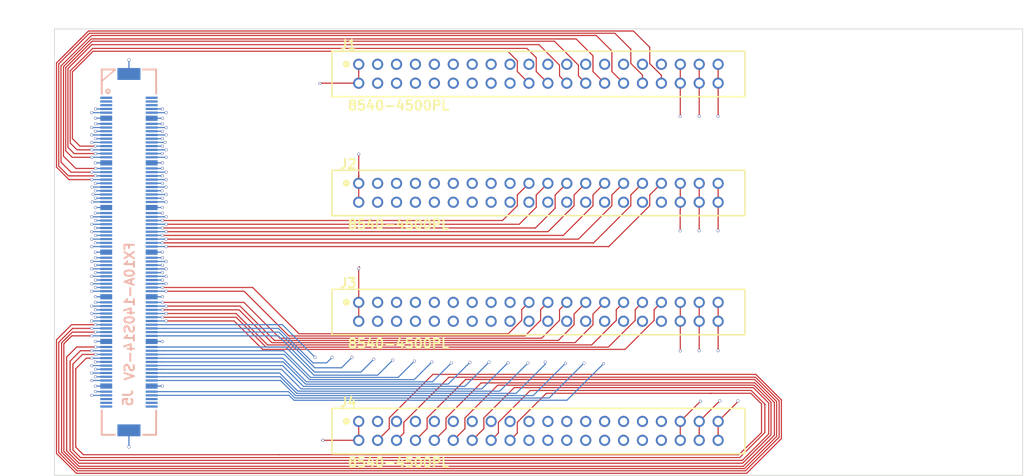
<source format=kicad_pcb>
(kicad_pcb (version 20171130) (host pcbnew "(5.1.5-0-10_14)")
  (layers (0 F.Cu signal) (1 Signal1.Cu signal) (2 Signal2.Cu signal) (3 GND.Cu power hide) (4 Signal3.Cu signal) (31 B.Cu signal) (34 B.Paste user) (35 F.Paste user) (36 B.SilkS user) (37 F.SilkS user) (38 B.Mask user) (39 F.Mask user) (44 Edge.Cuts user))
  (net 0 "")
  (net 1 GND)
  (net 2 ch32_1)
  (net 3 ch31_1)
  (net 4 ch30_1)
  (net 5 ch29_1)
  (net 6 ch28_1)
  (net 7 ch27_1)
  (net 8 ch26_1)
  (net 9 ch25_1)
  (net 10 ch24_1)
  (net 11 ch23_1)
  (net 12 ch22_1)
  (net 13 ch21_1)
  (net 14 ch20_1)
  (net 15 ch19_1)
  (net 16 ch18_1)
  (net 17 ch17_1)
  (net 18 ch16_1)
  (net 19 ch15_1)
  (net 20 ch14_1)
  (net 21 ch13_1)
  (net 22 ch12_1)
  (net 23 ch11_1)
  (net 24 ch10_1)
  (net 25 ch9_1)
  (net 26 ch8_1)
  (net 27 ch7_1)
  (net 28 ch6_1)
  (net 29 ch5_1)
  (net 30 ch4_1)
  (net 31 ch3_1)
  (net 32 ch2_1)
  (net 33 ch1_1)
  (net 34 ch1_2)
  (net 35 ch2_2)
  (net 36 ch3_2)
  (net 37 ch4_2)
  (net 38 ch5_2)
  (net 39 ch6_2)
  (net 40 ch7_2)
  (net 41 ch8_2)
  (net 42 ch9_2)
  (net 43 ch10_2)
  (net 44 ch11_2)
  (net 45 ch12_2)
  (net 46 ch13_2)
  (net 47 ch14_2)
  (net 48 ch15_2)
  (net 49 ch16_2)
  (net 50 ch17_2)
  (net 51 ch18_2)
  (net 52 ch19_2)
  (net 53 ch20_2)
  (net 54 ch21_2)
  (net 55 ch22_2)
  (net 56 ch23_2)
  (net 57 ch24_2)
  (net 58 ch25_2)
  (net 59 ch26_2)
  (net 60 ch27_2)
  (net 61 ch28_2)
  (net 62 ch29_2)
  (net 63 ch30_2)
  (net 64 ch31_2)
  (net 65 ch32_2)
  (net 66 ch32_3)
  (net 67 ch31_3)
  (net 68 ch30_3)
  (net 69 ch29_3)
  (net 70 ch28_3)
  (net 71 ch27_3)
  (net 72 ch26_3)
  (net 73 ch25_3)
  (net 74 ch24_3)
  (net 75 ch23_3)
  (net 76 ch22_3)
  (net 77 ch21_3)
  (net 78 ch20_3)
  (net 79 ch19_3)
  (net 80 ch18_3)
  (net 81 ch17_3)
  (net 82 ch16_3)
  (net 83 ch15_3)
  (net 84 ch14_3)
  (net 85 ch13_3)
  (net 86 ch12_3)
  (net 87 ch11_3)
  (net 88 ch10_3)
  (net 89 ch9_3)
  (net 90 ch8_3)
  (net 91 ch7_3)
  (net 92 ch6_3)
  (net 93 ch5_3)
  (net 94 ch4_3)
  (net 95 ch3_3)
  (net 96 ch2_3)
  (net 97 ch1_3)
  (net 98 ch1_4)
  (net 99 ch2_4)
  (net 100 ch3_4)
  (net 101 ch4_4)
  (net 102 ch5_4)
  (net 103 ch6_4)
  (net 104 ch7_4)
  (net 105 ch8_4)
  (net 106 ch9_4)
  (net 107 ch10_4)
  (net 108 ch11_4)
  (net 109 ch12_4)
  (net 110 ch13_4)
  (net 111 ch14_4)
  (net 112 ch15_4)
  (net 113 ch16_4)
  (net 114 ch17_4)
  (net 115 ch18_4)
  (net 116 ch19_4)
  (net 117 ch20_4)
  (net 118 ch21_4)
  (net 119 ch22_4)
  (net 120 ch23_4)
  (net 121 ch24_4)
  (net 122 ch25_4)
  (net 123 ch26_4)
  (net 124 ch27_4)
  (net 125 ch28_4)
  (net 126 ch29_4)
  (net 127 ch30_4)
  (net 128 ch31_4)
  (net 129 ch32_4)
  (net 130 "Net-(J5-Pad139)")
  (net 131 "Net-(J5-Pad137)")
  (net 132 "Net-(J5-Pad135)")
  (net 133 "Net-(J5-Pad140)")
  (net 134 "Net-(J5-Pad138)")
  (net 135 "Net-(J5-Pad136)")
  (net 136 "Net-(J5-Pad5)")
  (net 137 "Net-(J5-Pad3)")
  (net 138 "Net-(J5-Pad1)")
  (net 139 "Net-(J5-Pad6)")
  (net 140 "Net-(J5-Pad4)")
  (net 141 "Net-(J5-Pad2)")
  (module FX10A-140S14-SV:FX10A-140S14-SV (layer B.Cu) (at 30 130 90)
    (fp_text reference J5 (at -19.6 -0.13 90) (layer B.SilkS) (effects (font (size 1.27 1.27) (thickness 0.254)) (justify mirror)))
    (fp_text value FX10A-140S14-SV (at -7.96 0.09 90) (layer B.SilkS) (effects (font (size 1.27 1.27) (thickness 0.254)) (justify mirror)))
    (pad 158 np_thru_hole circle (at 22.2 0 90) (size 1.25 0) (drill 1.25) (layers *.Cu *.Mask))
    (pad 157 np_thru_hole circle (at -22.2 0 90) (size 1.25 0) (drill 1.25) (layers *.Cu *.Mask))
    (pad 155 smd rect (at 23.95 0 90) (size 1.6 3.1) (layers B.Cu B.Paste B.Mask) (net 1 GND))
    (pad 156 smd rect (at -23.95 0 90) (size 1.6 3.1) (layers B.Cu B.Paste B.Mask) (net 1 GND))
    (pad 141 smd rect (at 18 -3.05 90) (size 0.7 1.6) (layers B.Cu B.Paste B.Mask) (net 1 GND))
    (pad 142 smd rect (at 18 3.05 90) (size 0.7 1.6) (layers B.Cu B.Paste B.Mask) (net 1 GND))
    (pad 143 smd rect (at 12 -3.05 90) (size 0.7 1.6) (layers B.Cu B.Paste B.Mask) (net 1 GND))
    (pad 144 smd rect (at 12 3.05 90) (size 0.7 1.6) (layers B.Cu B.Paste B.Mask) (net 1 GND))
    (pad 145 smd rect (at 6 -3.05 90) (size 0.7 1.6) (layers B.Cu B.Paste B.Mask) (net 1 GND))
    (pad 146 smd rect (at 6 3.05 90) (size 0.7 1.6) (layers B.Cu B.Paste B.Mask) (net 1 GND))
    (pad 147 smd rect (at 0 -3.05 90) (size 0.7 1.6) (layers B.Cu B.Paste B.Mask) (net 1 GND))
    (pad 148 smd rect (at 0 3.05 90) (size 0.7 1.6) (layers B.Cu B.Paste B.Mask) (net 1 GND))
    (pad 149 smd rect (at -6 -3.05 90) (size 0.7 1.6) (layers B.Cu B.Paste B.Mask) (net 1 GND))
    (pad 150 smd rect (at -6 3.05 90) (size 0.7 1.6) (layers B.Cu B.Paste B.Mask) (net 1 GND))
    (pad 151 smd rect (at -12 -3.05 90) (size 0.7 1.6) (layers B.Cu B.Paste B.Mask) (net 1 GND))
    (pad 152 smd rect (at -12 3.05 90) (size 0.7 1.6) (layers B.Cu B.Paste B.Mask) (net 1 GND))
    (pad 153 smd rect (at -18 -3.05 90) (size 0.7 1.6) (layers B.Cu B.Paste B.Mask) (net 1 GND))
    (pad 154 smd rect (at -18 3.05 90) (size 0.7 1.6) (layers B.Cu B.Paste B.Mask) (net 1 GND))
    (pad 2 smd rect (at 20.75 3.05 90) (size 0.3 1.6) (layers B.Cu B.Paste B.Mask) (net 141 "Net-(J5-Pad2)"))
    (pad 4 smd rect (at 20.25 3.05 90) (size 0.3 1.6) (layers B.Cu B.Paste B.Mask) (net 140 "Net-(J5-Pad4)"))
    (pad 6 smd rect (at 19.75 3.05 90) (size 0.3 1.6) (layers B.Cu B.Paste B.Mask) (net 139 "Net-(J5-Pad6)"))
    (pad 8 smd rect (at 19.25 3.05 90) (size 0.3 1.6) (layers B.Cu B.Paste B.Mask) (net 33 ch1_1))
    (pad 10 smd rect (at 18.75 3.05 90) (size 0.3 1.6) (layers B.Cu B.Paste B.Mask) (net 31 ch3_1))
    (pad 1 smd rect (at 20.75 -3.05 90) (size 0.3 1.6) (layers B.Cu B.Paste B.Mask) (net 138 "Net-(J5-Pad1)"))
    (pad 3 smd rect (at 20.25 -3.05 90) (size 0.3 1.6) (layers B.Cu B.Paste B.Mask) (net 137 "Net-(J5-Pad3)"))
    (pad 5 smd rect (at 19.75 -3.05 90) (size 0.3 1.6) (layers B.Cu B.Paste B.Mask) (net 136 "Net-(J5-Pad5)"))
    (pad 7 smd rect (at 19.25 -3.05 90) (size 0.3 1.6) (layers B.Cu B.Paste B.Mask) (net 32 ch2_1))
    (pad 9 smd rect (at 18.75 -3.05 90) (size 0.3 1.6) (layers B.Cu B.Paste B.Mask) (net 30 ch4_1))
    (pad 12 smd rect (at 17.25 3.05 90) (size 0.3 1.6) (layers B.Cu B.Paste B.Mask) (net 29 ch5_1))
    (pad 14 smd rect (at 16.75 3.05 90) (size 0.3 1.6) (layers B.Cu B.Paste B.Mask) (net 27 ch7_1))
    (pad 16 smd rect (at 16.25 3.05 90) (size 0.3 1.6) (layers B.Cu B.Paste B.Mask) (net 25 ch9_1))
    (pad 18 smd rect (at 15.75 3.05 90) (size 0.3 1.6) (layers B.Cu B.Paste B.Mask) (net 23 ch11_1))
    (pad 20 smd rect (at 15.25 3.05 90) (size 0.3 1.6) (layers B.Cu B.Paste B.Mask) (net 21 ch13_1))
    (pad 22 smd rect (at 14.75 3.05 90) (size 0.3 1.6) (layers B.Cu B.Paste B.Mask) (net 19 ch15_1))
    (pad 24 smd rect (at 14.25 3.05 90) (size 0.3 1.6) (layers B.Cu B.Paste B.Mask) (net 17 ch17_1))
    (pad 26 smd rect (at 13.75 3.05 90) (size 0.3 1.6) (layers B.Cu B.Paste B.Mask) (net 15 ch19_1))
    (pad 28 smd rect (at 13.25 3.05 90) (size 0.3 1.6) (layers B.Cu B.Paste B.Mask) (net 13 ch21_1))
    (pad 30 smd rect (at 12.75 3.05 90) (size 0.3 1.6) (layers B.Cu B.Paste B.Mask) (net 11 ch23_1))
    (pad 11 smd rect (at 17.25 -3.05 90) (size 0.3 1.6) (layers B.Cu B.Paste B.Mask) (net 28 ch6_1))
    (pad 13 smd rect (at 16.75 -3.05 90) (size 0.3 1.6) (layers B.Cu B.Paste B.Mask) (net 26 ch8_1))
    (pad 15 smd rect (at 16.25 -3.05 90) (size 0.3 1.6) (layers B.Cu B.Paste B.Mask) (net 24 ch10_1))
    (pad 17 smd rect (at 15.75 -3.05 90) (size 0.3 1.6) (layers B.Cu B.Paste B.Mask) (net 22 ch12_1))
    (pad 19 smd rect (at 15.25 -3.05 90) (size 0.3 1.6) (layers B.Cu B.Paste B.Mask) (net 20 ch14_1))
    (pad 21 smd rect (at 14.75 -3.05 90) (size 0.3 1.6) (layers B.Cu B.Paste B.Mask) (net 18 ch16_1))
    (pad 23 smd rect (at 14.25 -3.05 90) (size 0.3 1.6) (layers B.Cu B.Paste B.Mask) (net 16 ch18_1))
    (pad 25 smd rect (at 13.75 -3.05 90) (size 0.3 1.6) (layers B.Cu B.Paste B.Mask) (net 14 ch20_1))
    (pad 27 smd rect (at 13.25 -3.05 90) (size 0.3 1.6) (layers B.Cu B.Paste B.Mask) (net 12 ch22_1))
    (pad 29 smd rect (at 12.75 -3.05 90) (size 0.3 1.6) (layers B.Cu B.Paste B.Mask) (net 10 ch24_1))
    (pad 32 smd rect (at 11.25 3.05 90) (size 0.3 1.6) (layers B.Cu B.Paste B.Mask) (net 9 ch25_1))
    (pad 34 smd rect (at 10.75 3.05 90) (size 0.3 1.6) (layers B.Cu B.Paste B.Mask) (net 7 ch27_1))
    (pad 36 smd rect (at 10.25 3.05 90) (size 0.3 1.6) (layers B.Cu B.Paste B.Mask) (net 5 ch29_1))
    (pad 38 smd rect (at 9.75 3.05 90) (size 0.3 1.6) (layers B.Cu B.Paste B.Mask) (net 3 ch31_1))
    (pad 40 smd rect (at 9.25 3.05 90) (size 0.3 1.6) (layers B.Cu B.Paste B.Mask) (net 34 ch1_2))
    (pad 42 smd rect (at 8.75 3.05 90) (size 0.3 1.6) (layers B.Cu B.Paste B.Mask) (net 36 ch3_2))
    (pad 44 smd rect (at 8.25 3.05 90) (size 0.3 1.6) (layers B.Cu B.Paste B.Mask) (net 38 ch5_2))
    (pad 46 smd rect (at 7.75 3.05 90) (size 0.3 1.6) (layers B.Cu B.Paste B.Mask) (net 40 ch7_2))
    (pad 48 smd rect (at 7.25 3.05 90) (size 0.3 1.6) (layers B.Cu B.Paste B.Mask) (net 42 ch9_2))
    (pad 50 smd rect (at 6.75 3.05 90) (size 0.3 1.6) (layers B.Cu B.Paste B.Mask) (net 44 ch11_2))
    (pad 31 smd rect (at 11.25 -3.05 90) (size 0.3 1.6) (layers B.Cu B.Paste B.Mask) (net 8 ch26_1))
    (pad 33 smd rect (at 10.75 -3.05 90) (size 0.3 1.6) (layers B.Cu B.Paste B.Mask) (net 6 ch28_1))
    (pad 35 smd rect (at 10.25 -3.05 90) (size 0.3 1.6) (layers B.Cu B.Paste B.Mask) (net 4 ch30_1))
    (pad 37 smd rect (at 9.75 -3.05 90) (size 0.3 1.6) (layers B.Cu B.Paste B.Mask) (net 2 ch32_1))
    (pad 39 smd rect (at 9.25 -3.05 90) (size 0.3 1.6) (layers B.Cu B.Paste B.Mask) (net 35 ch2_2))
    (pad 41 smd rect (at 8.75 -3.05 90) (size 0.3 1.6) (layers B.Cu B.Paste B.Mask) (net 37 ch4_2))
    (pad 43 smd rect (at 8.25 -3.05 90) (size 0.3 1.6) (layers B.Cu B.Paste B.Mask) (net 39 ch6_2))
    (pad 45 smd rect (at 7.75 -3.05 90) (size 0.3 1.6) (layers B.Cu B.Paste B.Mask) (net 41 ch8_2))
    (pad 47 smd rect (at 7.25 -3.05 90) (size 0.3 1.6) (layers B.Cu B.Paste B.Mask) (net 43 ch10_2))
    (pad 49 smd rect (at 6.75 -3.05 90) (size 0.3 1.6) (layers B.Cu B.Paste B.Mask) (net 45 ch12_2))
    (pad 52 smd rect (at 5.25 3.05 90) (size 0.3 1.6) (layers B.Cu B.Paste B.Mask) (net 46 ch13_2))
    (pad 54 smd rect (at 4.75 3.05 90) (size 0.3 1.6) (layers B.Cu B.Paste B.Mask) (net 48 ch15_2))
    (pad 56 smd rect (at 4.25 3.05 90) (size 0.3 1.6) (layers B.Cu B.Paste B.Mask) (net 50 ch17_2))
    (pad 58 smd rect (at 3.75 3.05 90) (size 0.3 1.6) (layers B.Cu B.Paste B.Mask) (net 52 ch19_2))
    (pad 60 smd rect (at 3.25 3.05 90) (size 0.3 1.6) (layers B.Cu B.Paste B.Mask) (net 54 ch21_2))
    (pad 62 smd rect (at 2.75 3.05 90) (size 0.3 1.6) (layers B.Cu B.Paste B.Mask) (net 56 ch23_2))
    (pad 64 smd rect (at 2.25 3.05 90) (size 0.3 1.6) (layers B.Cu B.Paste B.Mask) (net 58 ch25_2))
    (pad 66 smd rect (at 1.75 3.05 90) (size 0.3 1.6) (layers B.Cu B.Paste B.Mask) (net 60 ch27_2))
    (pad 68 smd rect (at 1.25 3.05 90) (size 0.3 1.6) (layers B.Cu B.Paste B.Mask) (net 62 ch29_2))
    (pad 70 smd rect (at 0.75 3.05 90) (size 0.3 1.6) (layers B.Cu B.Paste B.Mask) (net 64 ch31_2))
    (pad 51 smd rect (at 5.25 -3.05 90) (size 0.3 1.6) (layers B.Cu B.Paste B.Mask) (net 47 ch14_2))
    (pad 53 smd rect (at 4.75 -3.05 90) (size 0.3 1.6) (layers B.Cu B.Paste B.Mask) (net 49 ch16_2))
    (pad 55 smd rect (at 4.25 -3.05 90) (size 0.3 1.6) (layers B.Cu B.Paste B.Mask) (net 51 ch18_2))
    (pad 57 smd rect (at 3.75 -3.05 90) (size 0.3 1.6) (layers B.Cu B.Paste B.Mask) (net 53 ch20_2))
    (pad 59 smd rect (at 3.25 -3.05 90) (size 0.3 1.6) (layers B.Cu B.Paste B.Mask) (net 55 ch22_2))
    (pad 61 smd rect (at 2.75 -3.05 90) (size 0.3 1.6) (layers B.Cu B.Paste B.Mask) (net 57 ch24_2))
    (pad 63 smd rect (at 2.25 -3.05 90) (size 0.3 1.6) (layers B.Cu B.Paste B.Mask) (net 59 ch26_2))
    (pad 65 smd rect (at 1.75 -3.05 90) (size 0.3 1.6) (layers B.Cu B.Paste B.Mask) (net 61 ch28_2))
    (pad 67 smd rect (at 1.25 -3.05 90) (size 0.3 1.6) (layers B.Cu B.Paste B.Mask) (net 63 ch30_2))
    (pad 69 smd rect (at 0.75 -3.05 90) (size 0.3 1.6) (layers B.Cu B.Paste B.Mask) (net 65 ch32_2))
    (pad 72 smd rect (at -0.75 3.05 90) (size 0.3 1.6) (layers B.Cu B.Paste B.Mask) (net 97 ch1_3))
    (pad 74 smd rect (at -1.25 3.05 90) (size 0.3 1.6) (layers B.Cu B.Paste B.Mask) (net 95 ch3_3))
    (pad 76 smd rect (at -1.75 3.05 90) (size 0.3 1.6) (layers B.Cu B.Paste B.Mask) (net 93 ch5_3))
    (pad 78 smd rect (at -2.25 3.05 90) (size 0.3 1.6) (layers B.Cu B.Paste B.Mask) (net 91 ch7_3))
    (pad 80 smd rect (at -2.75 3.05 90) (size 0.3 1.6) (layers B.Cu B.Paste B.Mask) (net 89 ch9_3))
    (pad 82 smd rect (at -3.25 3.05 90) (size 0.3 1.6) (layers B.Cu B.Paste B.Mask) (net 87 ch11_3))
    (pad 84 smd rect (at -3.75 3.05 90) (size 0.3 1.6) (layers B.Cu B.Paste B.Mask) (net 85 ch13_3))
    (pad 86 smd rect (at -4.25 3.05 90) (size 0.3 1.6) (layers B.Cu B.Paste B.Mask) (net 83 ch15_3))
    (pad 88 smd rect (at -4.75 3.05 90) (size 0.3 1.6) (layers B.Cu B.Paste B.Mask) (net 81 ch17_3))
    (pad 90 smd rect (at -5.25 3.05 90) (size 0.3 1.6) (layers B.Cu B.Paste B.Mask) (net 79 ch19_3))
    (pad 71 smd rect (at -0.75 -3.05 90) (size 0.3 1.6) (layers B.Cu B.Paste B.Mask) (net 96 ch2_3))
    (pad 73 smd rect (at -1.25 -3.05 90) (size 0.3 1.6) (layers B.Cu B.Paste B.Mask) (net 94 ch4_3))
    (pad 75 smd rect (at -1.75 -3.05 90) (size 0.3 1.6) (layers B.Cu B.Paste B.Mask) (net 92 ch6_3))
    (pad 77 smd rect (at -2.25 -3.05 90) (size 0.3 1.6) (layers B.Cu B.Paste B.Mask) (net 90 ch8_3))
    (pad 79 smd rect (at -2.75 -3.05 90) (size 0.3 1.6) (layers B.Cu B.Paste B.Mask) (net 88 ch10_3))
    (pad 81 smd rect (at -3.25 -3.05 90) (size 0.3 1.6) (layers B.Cu B.Paste B.Mask) (net 86 ch12_3))
    (pad 83 smd rect (at -3.75 -3.05 90) (size 0.3 1.6) (layers B.Cu B.Paste B.Mask) (net 84 ch14_3))
    (pad 85 smd rect (at -4.25 -3.05 90) (size 0.3 1.6) (layers B.Cu B.Paste B.Mask) (net 82 ch16_3))
    (pad 87 smd rect (at -4.75 -3.05 90) (size 0.3 1.6) (layers B.Cu B.Paste B.Mask) (net 80 ch18_3))
    (pad 89 smd rect (at -5.25 -3.05 90) (size 0.3 1.6) (layers B.Cu B.Paste B.Mask) (net 78 ch20_3))
    (pad 92 smd rect (at -6.75 3.05 90) (size 0.3 1.6) (layers B.Cu B.Paste B.Mask) (net 77 ch21_3))
    (pad 94 smd rect (at -7.25 3.05 90) (size 0.3 1.6) (layers B.Cu B.Paste B.Mask) (net 75 ch23_3))
    (pad 96 smd rect (at -7.75 3.05 90) (size 0.3 1.6) (layers B.Cu B.Paste B.Mask) (net 73 ch25_3))
    (pad 98 smd rect (at -8.25 3.05 90) (size 0.3 1.6) (layers B.Cu B.Paste B.Mask) (net 71 ch27_3))
    (pad 100 smd rect (at -8.75 3.05 90) (size 0.3 1.6) (layers B.Cu B.Paste B.Mask) (net 69 ch29_3))
    (pad 102 smd rect (at -9.25 3.05 90) (size 0.3 1.6) (layers B.Cu B.Paste B.Mask) (net 67 ch31_3))
    (pad 104 smd rect (at -9.75 3.05 90) (size 0.3 1.6) (layers B.Cu B.Paste B.Mask) (net 98 ch1_4))
    (pad 106 smd rect (at -10.25 3.05 90) (size 0.3 1.6) (layers B.Cu B.Paste B.Mask) (net 100 ch3_4))
    (pad 108 smd rect (at -10.75 3.05 90) (size 0.3 1.6) (layers B.Cu B.Paste B.Mask) (net 102 ch5_4))
    (pad 110 smd rect (at -11.25 3.05 90) (size 0.3 1.6) (layers B.Cu B.Paste B.Mask) (net 104 ch7_4))
    (pad 91 smd rect (at -6.75 -3.05 90) (size 0.3 1.6) (layers B.Cu B.Paste B.Mask) (net 76 ch22_3))
    (pad 93 smd rect (at -7.25 -3.05 90) (size 0.3 1.6) (layers B.Cu B.Paste B.Mask) (net 74 ch24_3))
    (pad 95 smd rect (at -7.75 -3.05 90) (size 0.3 1.6) (layers B.Cu B.Paste B.Mask) (net 72 ch26_3))
    (pad 97 smd rect (at -8.25 -3.05 90) (size 0.3 1.6) (layers B.Cu B.Paste B.Mask) (net 70 ch28_3))
    (pad 99 smd rect (at -8.75 -3.05 90) (size 0.3 1.6) (layers B.Cu B.Paste B.Mask) (net 68 ch30_3))
    (pad 101 smd rect (at -9.25 -3.05 90) (size 0.3 1.6) (layers B.Cu B.Paste B.Mask) (net 66 ch32_3))
    (pad 103 smd rect (at -9.75 -3.05 90) (size 0.3 1.6) (layers B.Cu B.Paste B.Mask) (net 99 ch2_4))
    (pad 105 smd rect (at -10.25 -3.05 90) (size 0.3 1.6) (layers B.Cu B.Paste B.Mask) (net 101 ch4_4))
    (pad 107 smd rect (at -10.75 -3.05 90) (size 0.3 1.6) (layers B.Cu B.Paste B.Mask) (net 103 ch6_4))
    (pad 109 smd rect (at -11.25 -3.05 90) (size 0.3 1.6) (layers B.Cu B.Paste B.Mask) (net 105 ch8_4))
    (pad 112 smd rect (at -12.75 3.05 90) (size 0.3 1.6) (layers B.Cu B.Paste B.Mask) (net 106 ch9_4))
    (pad 114 smd rect (at -13.25 3.05 90) (size 0.3 1.6) (layers B.Cu B.Paste B.Mask) (net 108 ch11_4))
    (pad 116 smd rect (at -13.75 3.05 90) (size 0.3 1.6) (layers B.Cu B.Paste B.Mask) (net 110 ch13_4))
    (pad 118 smd rect (at -14.25 3.05 90) (size 0.3 1.6) (layers B.Cu B.Paste B.Mask) (net 112 ch15_4))
    (pad 120 smd rect (at -14.75 3.05 90) (size 0.3 1.6) (layers B.Cu B.Paste B.Mask) (net 114 ch17_4))
    (pad 122 smd rect (at -15.25 3.05 90) (size 0.3 1.6) (layers B.Cu B.Paste B.Mask) (net 116 ch19_4))
    (pad 124 smd rect (at -15.75 3.05 90) (size 0.3 1.6) (layers B.Cu B.Paste B.Mask) (net 118 ch21_4))
    (pad 126 smd rect (at -16.25 3.05 90) (size 0.3 1.6) (layers B.Cu B.Paste B.Mask) (net 120 ch23_4))
    (pad 128 smd rect (at -16.75 3.05 90) (size 0.3 1.6) (layers B.Cu B.Paste B.Mask) (net 122 ch25_4))
    (pad 130 smd rect (at -17.25 3.05 90) (size 0.3 1.6) (layers B.Cu B.Paste B.Mask) (net 124 ch27_4))
    (pad 111 smd rect (at -12.75 -3.05 90) (size 0.3 1.6) (layers B.Cu B.Paste B.Mask) (net 107 ch10_4))
    (pad 113 smd rect (at -13.25 -3.05 90) (size 0.3 1.6) (layers B.Cu B.Paste B.Mask) (net 109 ch12_4))
    (pad 115 smd rect (at -13.75 -3.05 90) (size 0.3 1.6) (layers B.Cu B.Paste B.Mask) (net 111 ch14_4))
    (pad 117 smd rect (at -14.25 -3.05 90) (size 0.3 1.6) (layers B.Cu B.Paste B.Mask) (net 113 ch16_4))
    (pad 119 smd rect (at -14.75 -3.05 90) (size 0.3 1.6) (layers B.Cu B.Paste B.Mask) (net 115 ch18_4))
    (pad 121 smd rect (at -15.25 -3.05 90) (size 0.3 1.6) (layers B.Cu B.Paste B.Mask) (net 117 ch20_4))
    (pad 123 smd rect (at -15.75 -3.05 90) (size 0.3 1.6) (layers B.Cu B.Paste B.Mask) (net 119 ch22_4))
    (pad 125 smd rect (at -16.25 -3.05 90) (size 0.3 1.6) (layers B.Cu B.Paste B.Mask) (net 121 ch24_4))
    (pad 127 smd rect (at -16.75 -3.05 90) (size 0.3 1.6) (layers B.Cu B.Paste B.Mask) (net 123 ch26_4))
    (pad 129 smd rect (at -17.25 -3.05 90) (size 0.3 1.6) (layers B.Cu B.Paste B.Mask) (net 125 ch28_4))
    (pad 132 smd rect (at -18.75 3.05 90) (size 0.3 1.6) (layers B.Cu B.Paste B.Mask) (net 126 ch29_4))
    (pad 134 smd rect (at -19.25 3.05 90) (size 0.3 1.6) (layers B.Cu B.Paste B.Mask) (net 128 ch31_4))
    (pad 136 smd rect (at -19.75 3.05 90) (size 0.3 1.6) (layers B.Cu B.Paste B.Mask) (net 135 "Net-(J5-Pad136)"))
    (pad 138 smd rect (at -20.25 3.05 90) (size 0.3 1.6) (layers B.Cu B.Paste B.Mask) (net 134 "Net-(J5-Pad138)"))
    (pad 140 smd rect (at -20.75 3.05 90) (size 0.3 1.6) (layers B.Cu B.Paste B.Mask) (net 133 "Net-(J5-Pad140)"))
    (pad 131 smd rect (at -18.75 -3.05 90) (size 0.3 1.6) (layers B.Cu B.Paste B.Mask) (net 127 ch30_4))
    (pad 133 smd rect (at -19.25 -3.05 90) (size 0.3 1.6) (layers B.Cu B.Paste B.Mask) (net 129 ch32_4))
    (pad 135 smd rect (at -19.75 -3.05 90) (size 0.3 1.6) (layers B.Cu B.Paste B.Mask) (net 132 "Net-(J5-Pad135)"))
    (pad 137 smd rect (at -20.25 -3.05 90) (size 0.3 1.6) (layers B.Cu B.Paste B.Mask) (net 131 "Net-(J5-Pad137)"))
    (pad 139 smd rect (at -20.75 -3.05 90) (size 0.3 1.6) (layers B.Cu B.Paste B.Mask) (net 130 "Net-(J5-Pad139)"))
  )
  (module 8540-4500PL:3M-8540-4500PL (layer F.Cu) (at 60.85 104.75 180)
    (fp_text reference J1 (at 1.4 2.6) (layer F.SilkS) (effects (font (size 1.27 1.27) (thickness 0.254))))
    (fp_text value 8540-4500PL (at -5.34 -5.54) (layer F.SilkS) (effects (font (size 1.27 1.27) (thickness 0.254))))
    (pad 40 thru_hole circle (at -48.26 -2.54 180) (size 1.5 1.5) (drill 1) (layers *.Cu *.Mask) (net 1 GND))
    (pad 39 thru_hole circle (at -48.26 0 180) (size 1.5 1.5) (drill 1) (layers *.Cu *.Mask) (net 1 GND))
    (pad 38 thru_hole circle (at -45.72 -2.54 180) (size 1.5 1.5) (drill 1) (layers *.Cu *.Mask) (net 1 GND))
    (pad 37 thru_hole circle (at -45.72 0 180) (size 1.5 1.5) (drill 1) (layers *.Cu *.Mask) (net 1 GND))
    (pad 36 thru_hole circle (at -43.18 -2.54 180) (size 1.5 1.5) (drill 1) (layers *.Cu *.Mask) (net 1 GND))
    (pad 35 thru_hole circle (at -43.18 0 180) (size 1.5 1.5) (drill 1) (layers *.Cu *.Mask) (net 1 GND))
    (pad 34 thru_hole circle (at -40.64 -2.54 180) (size 1.5 1.5) (drill 1) (layers *.Cu *.Mask) (net 2 ch32_1))
    (pad 33 thru_hole circle (at -40.64 0 180) (size 1.5 1.5) (drill 1) (layers *.Cu *.Mask) (net 3 ch31_1))
    (pad 32 thru_hole circle (at -38.1 -2.54 180) (size 1.5 1.5) (drill 1) (layers *.Cu *.Mask) (net 4 ch30_1))
    (pad 31 thru_hole circle (at -38.1 0 180) (size 1.5 1.5) (drill 1) (layers *.Cu *.Mask) (net 5 ch29_1))
    (pad 30 thru_hole circle (at -35.56 -2.54 180) (size 1.5 1.5) (drill 1) (layers *.Cu *.Mask) (net 6 ch28_1))
    (pad 29 thru_hole circle (at -35.56 0 180) (size 1.5 1.5) (drill 1) (layers *.Cu *.Mask) (net 7 ch27_1))
    (pad 28 thru_hole circle (at -33.02 -2.54 180) (size 1.5 1.5) (drill 1) (layers *.Cu *.Mask) (net 8 ch26_1))
    (pad 27 thru_hole circle (at -33.02 0 180) (size 1.5 1.5) (drill 1) (layers *.Cu *.Mask) (net 9 ch25_1))
    (pad 26 thru_hole circle (at -30.48 -2.54 180) (size 1.5 1.5) (drill 1) (layers *.Cu *.Mask) (net 10 ch24_1))
    (pad 25 thru_hole circle (at -30.48 0 180) (size 1.5 1.5) (drill 1) (layers *.Cu *.Mask) (net 11 ch23_1))
    (pad 24 thru_hole circle (at -27.94 -2.54 180) (size 1.5 1.5) (drill 1) (layers *.Cu *.Mask) (net 12 ch22_1))
    (pad 23 thru_hole circle (at -27.94 0 180) (size 1.5 1.5) (drill 1) (layers *.Cu *.Mask) (net 13 ch21_1))
    (pad 22 thru_hole circle (at -25.4 -2.54 180) (size 1.5 1.5) (drill 1) (layers *.Cu *.Mask) (net 14 ch20_1))
    (pad 21 thru_hole circle (at -25.4 0 180) (size 1.5 1.5) (drill 1) (layers *.Cu *.Mask) (net 15 ch19_1))
    (pad 20 thru_hole circle (at -22.86 -2.54 180) (size 1.5 1.5) (drill 1) (layers *.Cu *.Mask) (net 16 ch18_1))
    (pad 19 thru_hole circle (at -22.86 0 180) (size 1.5 1.5) (drill 1) (layers *.Cu *.Mask) (net 17 ch17_1))
    (pad 18 thru_hole circle (at -20.32 -2.54 180) (size 1.5 1.5) (drill 1) (layers *.Cu *.Mask) (net 18 ch16_1))
    (pad 17 thru_hole circle (at -20.32 0 180) (size 1.5 1.5) (drill 1) (layers *.Cu *.Mask) (net 19 ch15_1))
    (pad 16 thru_hole circle (at -17.78 -2.54 180) (size 1.5 1.5) (drill 1) (layers *.Cu *.Mask) (net 20 ch14_1))
    (pad 15 thru_hole circle (at -17.78 0 180) (size 1.5 1.5) (drill 1) (layers *.Cu *.Mask) (net 21 ch13_1))
    (pad 14 thru_hole circle (at -15.24 -2.54 180) (size 1.5 1.5) (drill 1) (layers *.Cu *.Mask) (net 22 ch12_1))
    (pad 13 thru_hole circle (at -15.24 0 180) (size 1.5 1.5) (drill 1) (layers *.Cu *.Mask) (net 23 ch11_1))
    (pad 12 thru_hole circle (at -12.7 -2.54 180) (size 1.5 1.5) (drill 1) (layers *.Cu *.Mask) (net 24 ch10_1))
    (pad 11 thru_hole circle (at -12.7 0 180) (size 1.5 1.5) (drill 1) (layers *.Cu *.Mask) (net 25 ch9_1))
    (pad 10 thru_hole circle (at -10.16 -2.54 180) (size 1.5 1.5) (drill 1) (layers *.Cu *.Mask) (net 26 ch8_1))
    (pad 9 thru_hole circle (at -10.16 0 180) (size 1.5 1.5) (drill 1) (layers *.Cu *.Mask) (net 27 ch7_1))
    (pad 8 thru_hole circle (at -7.62 -2.54 180) (size 1.5 1.5) (drill 1) (layers *.Cu *.Mask) (net 28 ch6_1))
    (pad 7 thru_hole circle (at -7.62 0 180) (size 1.5 1.5) (drill 1) (layers *.Cu *.Mask) (net 29 ch5_1))
    (pad 6 thru_hole circle (at -5.08 -2.54 180) (size 1.5 1.5) (drill 1) (layers *.Cu *.Mask) (net 30 ch4_1))
    (pad 5 thru_hole circle (at -5.08 0 180) (size 1.5 1.5) (drill 1) (layers *.Cu *.Mask) (net 31 ch3_1))
    (pad 4 thru_hole circle (at -2.54 -2.54 180) (size 1.5 1.5) (drill 1) (layers *.Cu *.Mask) (net 32 ch2_1))
    (pad 3 thru_hole circle (at -2.54 0 180) (size 1.5 1.5) (drill 1) (layers *.Cu *.Mask) (net 33 ch1_1))
    (pad 2 thru_hole circle (at 0 -2.54 180) (size 1.5 1.5) (drill 1) (layers *.Cu *.Mask) (net 1 GND))
    (pad 1 thru_hole circle (at 0 0 180) (size 1.5 1.5) (drill 1) (layers *.Cu *.Mask) (net 1 GND))
  )
  (module 8540-4500PL:3M-8540-4500PL (layer F.Cu) (at 60.85 120.75 180)
    (fp_text reference J2 (at 1.4 2.6) (layer F.SilkS) (effects (font (size 1.27 1.27) (thickness 0.254))))
    (fp_text value 8540-4500PL (at -5.34 -5.54) (layer F.SilkS) (effects (font (size 1.27 1.27) (thickness 0.254))))
    (pad 40 thru_hole circle (at -48.26 -2.54 180) (size 1.5 1.5) (drill 1) (layers *.Cu *.Mask) (net 1 GND))
    (pad 39 thru_hole circle (at -48.26 0 180) (size 1.5 1.5) (drill 1) (layers *.Cu *.Mask) (net 1 GND))
    (pad 38 thru_hole circle (at -45.72 -2.54 180) (size 1.5 1.5) (drill 1) (layers *.Cu *.Mask) (net 1 GND))
    (pad 37 thru_hole circle (at -45.72 0 180) (size 1.5 1.5) (drill 1) (layers *.Cu *.Mask) (net 1 GND))
    (pad 36 thru_hole circle (at -43.18 -2.54 180) (size 1.5 1.5) (drill 1) (layers *.Cu *.Mask) (net 1 GND))
    (pad 35 thru_hole circle (at -43.18 0 180) (size 1.5 1.5) (drill 1) (layers *.Cu *.Mask) (net 1 GND))
    (pad 34 thru_hole circle (at -40.64 -2.54 180) (size 1.5 1.5) (drill 1) (layers *.Cu *.Mask) (net 65 ch32_2))
    (pad 33 thru_hole circle (at -40.64 0 180) (size 1.5 1.5) (drill 1) (layers *.Cu *.Mask) (net 64 ch31_2))
    (pad 32 thru_hole circle (at -38.1 -2.54 180) (size 1.5 1.5) (drill 1) (layers *.Cu *.Mask) (net 63 ch30_2))
    (pad 31 thru_hole circle (at -38.1 0 180) (size 1.5 1.5) (drill 1) (layers *.Cu *.Mask) (net 62 ch29_2))
    (pad 30 thru_hole circle (at -35.56 -2.54 180) (size 1.5 1.5) (drill 1) (layers *.Cu *.Mask) (net 61 ch28_2))
    (pad 29 thru_hole circle (at -35.56 0 180) (size 1.5 1.5) (drill 1) (layers *.Cu *.Mask) (net 60 ch27_2))
    (pad 28 thru_hole circle (at -33.02 -2.54 180) (size 1.5 1.5) (drill 1) (layers *.Cu *.Mask) (net 59 ch26_2))
    (pad 27 thru_hole circle (at -33.02 0 180) (size 1.5 1.5) (drill 1) (layers *.Cu *.Mask) (net 58 ch25_2))
    (pad 26 thru_hole circle (at -30.48 -2.54 180) (size 1.5 1.5) (drill 1) (layers *.Cu *.Mask) (net 57 ch24_2))
    (pad 25 thru_hole circle (at -30.48 0 180) (size 1.5 1.5) (drill 1) (layers *.Cu *.Mask) (net 56 ch23_2))
    (pad 24 thru_hole circle (at -27.94 -2.54 180) (size 1.5 1.5) (drill 1) (layers *.Cu *.Mask) (net 55 ch22_2))
    (pad 23 thru_hole circle (at -27.94 0 180) (size 1.5 1.5) (drill 1) (layers *.Cu *.Mask) (net 54 ch21_2))
    (pad 22 thru_hole circle (at -25.4 -2.54 180) (size 1.5 1.5) (drill 1) (layers *.Cu *.Mask) (net 53 ch20_2))
    (pad 21 thru_hole circle (at -25.4 0 180) (size 1.5 1.5) (drill 1) (layers *.Cu *.Mask) (net 52 ch19_2))
    (pad 20 thru_hole circle (at -22.86 -2.54 180) (size 1.5 1.5) (drill 1) (layers *.Cu *.Mask) (net 51 ch18_2))
    (pad 19 thru_hole circle (at -22.86 0 180) (size 1.5 1.5) (drill 1) (layers *.Cu *.Mask) (net 50 ch17_2))
    (pad 18 thru_hole circle (at -20.32 -2.54 180) (size 1.5 1.5) (drill 1) (layers *.Cu *.Mask) (net 49 ch16_2))
    (pad 17 thru_hole circle (at -20.32 0 180) (size 1.5 1.5) (drill 1) (layers *.Cu *.Mask) (net 48 ch15_2))
    (pad 16 thru_hole circle (at -17.78 -2.54 180) (size 1.5 1.5) (drill 1) (layers *.Cu *.Mask) (net 47 ch14_2))
    (pad 15 thru_hole circle (at -17.78 0 180) (size 1.5 1.5) (drill 1) (layers *.Cu *.Mask) (net 46 ch13_2))
    (pad 14 thru_hole circle (at -15.24 -2.54 180) (size 1.5 1.5) (drill 1) (layers *.Cu *.Mask) (net 45 ch12_2))
    (pad 13 thru_hole circle (at -15.24 0 180) (size 1.5 1.5) (drill 1) (layers *.Cu *.Mask) (net 44 ch11_2))
    (pad 12 thru_hole circle (at -12.7 -2.54 180) (size 1.5 1.5) (drill 1) (layers *.Cu *.Mask) (net 43 ch10_2))
    (pad 11 thru_hole circle (at -12.7 0 180) (size 1.5 1.5) (drill 1) (layers *.Cu *.Mask) (net 42 ch9_2))
    (pad 10 thru_hole circle (at -10.16 -2.54 180) (size 1.5 1.5) (drill 1) (layers *.Cu *.Mask) (net 41 ch8_2))
    (pad 9 thru_hole circle (at -10.16 0 180) (size 1.5 1.5) (drill 1) (layers *.Cu *.Mask) (net 40 ch7_2))
    (pad 8 thru_hole circle (at -7.62 -2.54 180) (size 1.5 1.5) (drill 1) (layers *.Cu *.Mask) (net 39 ch6_2))
    (pad 7 thru_hole circle (at -7.62 0 180) (size 1.5 1.5) (drill 1) (layers *.Cu *.Mask) (net 38 ch5_2))
    (pad 6 thru_hole circle (at -5.08 -2.54 180) (size 1.5 1.5) (drill 1) (layers *.Cu *.Mask) (net 37 ch4_2))
    (pad 5 thru_hole circle (at -5.08 0 180) (size 1.5 1.5) (drill 1) (layers *.Cu *.Mask) (net 36 ch3_2))
    (pad 4 thru_hole circle (at -2.54 -2.54 180) (size 1.5 1.5) (drill 1) (layers *.Cu *.Mask) (net 35 ch2_2))
    (pad 3 thru_hole circle (at -2.54 0 180) (size 1.5 1.5) (drill 1) (layers *.Cu *.Mask) (net 34 ch1_2))
    (pad 2 thru_hole circle (at 0 -2.54 180) (size 1.5 1.5) (drill 1) (layers *.Cu *.Mask) (net 1 GND))
    (pad 1 thru_hole circle (at 0 0 180) (size 1.5 1.5) (drill 1) (layers *.Cu *.Mask) (net 1 GND))
  )
  (module 8540-4500PL:3M-8540-4500PL (layer F.Cu) (at 60.85 136.75 180)
    (fp_text reference J3 (at 1.4 2.6) (layer F.SilkS) (effects (font (size 1.27 1.27) (thickness 0.254))))
    (fp_text value 8540-4500PL (at -5.34 -5.54) (layer F.SilkS) (effects (font (size 1.27 1.27) (thickness 0.254))))
    (pad 40 thru_hole circle (at -48.26 -2.54 180) (size 1.5 1.5) (drill 1) (layers *.Cu *.Mask) (net 1 GND))
    (pad 39 thru_hole circle (at -48.26 0 180) (size 1.5 1.5) (drill 1) (layers *.Cu *.Mask) (net 1 GND))
    (pad 38 thru_hole circle (at -45.72 -2.54 180) (size 1.5 1.5) (drill 1) (layers *.Cu *.Mask) (net 1 GND))
    (pad 37 thru_hole circle (at -45.72 0 180) (size 1.5 1.5) (drill 1) (layers *.Cu *.Mask) (net 1 GND))
    (pad 36 thru_hole circle (at -43.18 -2.54 180) (size 1.5 1.5) (drill 1) (layers *.Cu *.Mask) (net 1 GND))
    (pad 35 thru_hole circle (at -43.18 0 180) (size 1.5 1.5) (drill 1) (layers *.Cu *.Mask) (net 1 GND))
    (pad 34 thru_hole circle (at -40.64 -2.54 180) (size 1.5 1.5) (drill 1) (layers *.Cu *.Mask) (net 66 ch32_3))
    (pad 33 thru_hole circle (at -40.64 0 180) (size 1.5 1.5) (drill 1) (layers *.Cu *.Mask) (net 67 ch31_3))
    (pad 32 thru_hole circle (at -38.1 -2.54 180) (size 1.5 1.5) (drill 1) (layers *.Cu *.Mask) (net 68 ch30_3))
    (pad 31 thru_hole circle (at -38.1 0 180) (size 1.5 1.5) (drill 1) (layers *.Cu *.Mask) (net 69 ch29_3))
    (pad 30 thru_hole circle (at -35.56 -2.54 180) (size 1.5 1.5) (drill 1) (layers *.Cu *.Mask) (net 70 ch28_3))
    (pad 29 thru_hole circle (at -35.56 0 180) (size 1.5 1.5) (drill 1) (layers *.Cu *.Mask) (net 71 ch27_3))
    (pad 28 thru_hole circle (at -33.02 -2.54 180) (size 1.5 1.5) (drill 1) (layers *.Cu *.Mask) (net 72 ch26_3))
    (pad 27 thru_hole circle (at -33.02 0 180) (size 1.5 1.5) (drill 1) (layers *.Cu *.Mask) (net 73 ch25_3))
    (pad 26 thru_hole circle (at -30.48 -2.54 180) (size 1.5 1.5) (drill 1) (layers *.Cu *.Mask) (net 74 ch24_3))
    (pad 25 thru_hole circle (at -30.48 0 180) (size 1.5 1.5) (drill 1) (layers *.Cu *.Mask) (net 75 ch23_3))
    (pad 24 thru_hole circle (at -27.94 -2.54 180) (size 1.5 1.5) (drill 1) (layers *.Cu *.Mask) (net 76 ch22_3))
    (pad 23 thru_hole circle (at -27.94 0 180) (size 1.5 1.5) (drill 1) (layers *.Cu *.Mask) (net 77 ch21_3))
    (pad 22 thru_hole circle (at -25.4 -2.54 180) (size 1.5 1.5) (drill 1) (layers *.Cu *.Mask) (net 78 ch20_3))
    (pad 21 thru_hole circle (at -25.4 0 180) (size 1.5 1.5) (drill 1) (layers *.Cu *.Mask) (net 79 ch19_3))
    (pad 20 thru_hole circle (at -22.86 -2.54 180) (size 1.5 1.5) (drill 1) (layers *.Cu *.Mask) (net 80 ch18_3))
    (pad 19 thru_hole circle (at -22.86 0 180) (size 1.5 1.5) (drill 1) (layers *.Cu *.Mask) (net 81 ch17_3))
    (pad 18 thru_hole circle (at -20.32 -2.54 180) (size 1.5 1.5) (drill 1) (layers *.Cu *.Mask) (net 82 ch16_3))
    (pad 17 thru_hole circle (at -20.32 0 180) (size 1.5 1.5) (drill 1) (layers *.Cu *.Mask) (net 83 ch15_3))
    (pad 16 thru_hole circle (at -17.78 -2.54 180) (size 1.5 1.5) (drill 1) (layers *.Cu *.Mask) (net 84 ch14_3))
    (pad 15 thru_hole circle (at -17.78 0 180) (size 1.5 1.5) (drill 1) (layers *.Cu *.Mask) (net 85 ch13_3))
    (pad 14 thru_hole circle (at -15.24 -2.54 180) (size 1.5 1.5) (drill 1) (layers *.Cu *.Mask) (net 86 ch12_3))
    (pad 13 thru_hole circle (at -15.24 0 180) (size 1.5 1.5) (drill 1) (layers *.Cu *.Mask) (net 87 ch11_3))
    (pad 12 thru_hole circle (at -12.7 -2.54 180) (size 1.5 1.5) (drill 1) (layers *.Cu *.Mask) (net 88 ch10_3))
    (pad 11 thru_hole circle (at -12.7 0 180) (size 1.5 1.5) (drill 1) (layers *.Cu *.Mask) (net 89 ch9_3))
    (pad 10 thru_hole circle (at -10.16 -2.54 180) (size 1.5 1.5) (drill 1) (layers *.Cu *.Mask) (net 90 ch8_3))
    (pad 9 thru_hole circle (at -10.16 0 180) (size 1.5 1.5) (drill 1) (layers *.Cu *.Mask) (net 91 ch7_3))
    (pad 8 thru_hole circle (at -7.62 -2.54 180) (size 1.5 1.5) (drill 1) (layers *.Cu *.Mask) (net 92 ch6_3))
    (pad 7 thru_hole circle (at -7.62 0 180) (size 1.5 1.5) (drill 1) (layers *.Cu *.Mask) (net 93 ch5_3))
    (pad 6 thru_hole circle (at -5.08 -2.54 180) (size 1.5 1.5) (drill 1) (layers *.Cu *.Mask) (net 94 ch4_3))
    (pad 5 thru_hole circle (at -5.08 0 180) (size 1.5 1.5) (drill 1) (layers *.Cu *.Mask) (net 95 ch3_3))
    (pad 4 thru_hole circle (at -2.54 -2.54 180) (size 1.5 1.5) (drill 1) (layers *.Cu *.Mask) (net 96 ch2_3))
    (pad 3 thru_hole circle (at -2.54 0 180) (size 1.5 1.5) (drill 1) (layers *.Cu *.Mask) (net 97 ch1_3))
    (pad 2 thru_hole circle (at 0 -2.54 180) (size 1.5 1.5) (drill 1) (layers *.Cu *.Mask) (net 1 GND))
    (pad 1 thru_hole circle (at 0 0 180) (size 1.5 1.5) (drill 1) (layers *.Cu *.Mask) (net 1 GND))
  )
  (module 8540-4500PL:3M-8540-4500PL (layer F.Cu) (at 60.85 152.75 180)
    (fp_text reference J4 (at 1.4 2.6) (layer F.SilkS) (effects (font (size 1.27 1.27) (thickness 0.254))))
    (fp_text value 8540-4500PL (at -5.34 -5.54) (layer F.SilkS) (effects (font (size 1.27 1.27) (thickness 0.254))))
    (pad 40 thru_hole circle (at -48.26 -2.54 180) (size 1.5 1.5) (drill 1) (layers *.Cu *.Mask) (net 1 GND))
    (pad 39 thru_hole circle (at -48.26 0 180) (size 1.5 1.5) (drill 1) (layers *.Cu *.Mask) (net 1 GND))
    (pad 38 thru_hole circle (at -45.72 -2.54 180) (size 1.5 1.5) (drill 1) (layers *.Cu *.Mask) (net 1 GND))
    (pad 37 thru_hole circle (at -45.72 0 180) (size 1.5 1.5) (drill 1) (layers *.Cu *.Mask) (net 1 GND))
    (pad 36 thru_hole circle (at -43.18 -2.54 180) (size 1.5 1.5) (drill 1) (layers *.Cu *.Mask) (net 1 GND))
    (pad 35 thru_hole circle (at -43.18 0 180) (size 1.5 1.5) (drill 1) (layers *.Cu *.Mask) (net 1 GND))
    (pad 34 thru_hole circle (at -40.64 -2.54 180) (size 1.5 1.5) (drill 1) (layers *.Cu *.Mask) (net 129 ch32_4))
    (pad 33 thru_hole circle (at -40.64 0 180) (size 1.5 1.5) (drill 1) (layers *.Cu *.Mask) (net 128 ch31_4))
    (pad 32 thru_hole circle (at -38.1 -2.54 180) (size 1.5 1.5) (drill 1) (layers *.Cu *.Mask) (net 127 ch30_4))
    (pad 31 thru_hole circle (at -38.1 0 180) (size 1.5 1.5) (drill 1) (layers *.Cu *.Mask) (net 126 ch29_4))
    (pad 30 thru_hole circle (at -35.56 -2.54 180) (size 1.5 1.5) (drill 1) (layers *.Cu *.Mask) (net 125 ch28_4))
    (pad 29 thru_hole circle (at -35.56 0 180) (size 1.5 1.5) (drill 1) (layers *.Cu *.Mask) (net 124 ch27_4))
    (pad 28 thru_hole circle (at -33.02 -2.54 180) (size 1.5 1.5) (drill 1) (layers *.Cu *.Mask) (net 123 ch26_4))
    (pad 27 thru_hole circle (at -33.02 0 180) (size 1.5 1.5) (drill 1) (layers *.Cu *.Mask) (net 122 ch25_4))
    (pad 26 thru_hole circle (at -30.48 -2.54 180) (size 1.5 1.5) (drill 1) (layers *.Cu *.Mask) (net 121 ch24_4))
    (pad 25 thru_hole circle (at -30.48 0 180) (size 1.5 1.5) (drill 1) (layers *.Cu *.Mask) (net 120 ch23_4))
    (pad 24 thru_hole circle (at -27.94 -2.54 180) (size 1.5 1.5) (drill 1) (layers *.Cu *.Mask) (net 119 ch22_4))
    (pad 23 thru_hole circle (at -27.94 0 180) (size 1.5 1.5) (drill 1) (layers *.Cu *.Mask) (net 118 ch21_4))
    (pad 22 thru_hole circle (at -25.4 -2.54 180) (size 1.5 1.5) (drill 1) (layers *.Cu *.Mask) (net 117 ch20_4))
    (pad 21 thru_hole circle (at -25.4 0 180) (size 1.5 1.5) (drill 1) (layers *.Cu *.Mask) (net 116 ch19_4))
    (pad 20 thru_hole circle (at -22.86 -2.54 180) (size 1.5 1.5) (drill 1) (layers *.Cu *.Mask) (net 115 ch18_4))
    (pad 19 thru_hole circle (at -22.86 0 180) (size 1.5 1.5) (drill 1) (layers *.Cu *.Mask) (net 114 ch17_4))
    (pad 18 thru_hole circle (at -20.32 -2.54 180) (size 1.5 1.5) (drill 1) (layers *.Cu *.Mask) (net 113 ch16_4))
    (pad 17 thru_hole circle (at -20.32 0 180) (size 1.5 1.5) (drill 1) (layers *.Cu *.Mask) (net 112 ch15_4))
    (pad 16 thru_hole circle (at -17.78 -2.54 180) (size 1.5 1.5) (drill 1) (layers *.Cu *.Mask) (net 111 ch14_4))
    (pad 15 thru_hole circle (at -17.78 0 180) (size 1.5 1.5) (drill 1) (layers *.Cu *.Mask) (net 110 ch13_4))
    (pad 14 thru_hole circle (at -15.24 -2.54 180) (size 1.5 1.5) (drill 1) (layers *.Cu *.Mask) (net 109 ch12_4))
    (pad 13 thru_hole circle (at -15.24 0 180) (size 1.5 1.5) (drill 1) (layers *.Cu *.Mask) (net 108 ch11_4))
    (pad 12 thru_hole circle (at -12.7 -2.54 180) (size 1.5 1.5) (drill 1) (layers *.Cu *.Mask) (net 107 ch10_4))
    (pad 11 thru_hole circle (at -12.7 0 180) (size 1.5 1.5) (drill 1) (layers *.Cu *.Mask) (net 106 ch9_4))
    (pad 10 thru_hole circle (at -10.16 -2.54 180) (size 1.5 1.5) (drill 1) (layers *.Cu *.Mask) (net 105 ch8_4))
    (pad 9 thru_hole circle (at -10.16 0 180) (size 1.5 1.5) (drill 1) (layers *.Cu *.Mask) (net 104 ch7_4))
    (pad 8 thru_hole circle (at -7.62 -2.54 180) (size 1.5 1.5) (drill 1) (layers *.Cu *.Mask) (net 103 ch6_4))
    (pad 7 thru_hole circle (at -7.62 0 180) (size 1.5 1.5) (drill 1) (layers *.Cu *.Mask) (net 102 ch5_4))
    (pad 6 thru_hole circle (at -5.08 -2.54 180) (size 1.5 1.5) (drill 1) (layers *.Cu *.Mask) (net 101 ch4_4))
    (pad 5 thru_hole circle (at -5.08 0 180) (size 1.5 1.5) (drill 1) (layers *.Cu *.Mask) (net 100 ch3_4))
    (pad 4 thru_hole circle (at -2.54 -2.54 180) (size 1.5 1.5) (drill 1) (layers *.Cu *.Mask) (net 99 ch2_4))
    (pad 3 thru_hole circle (at -2.54 0 180) (size 1.5 1.5) (drill 1) (layers *.Cu *.Mask) (net 98 ch1_4))
    (pad 2 thru_hole circle (at 0 -2.54 180) (size 1.5 1.5) (drill 1) (layers *.Cu *.Mask) (net 1 GND))
    (pad 1 thru_hole circle (at 0 0 180) (size 1.5 1.5) (drill 1) (layers *.Cu *.Mask) (net 1 GND))
  )
  (gr_line (start 150 100) (end 150 160) (layer Edge.Cuts) (width 0.1))
  (gr_line (start 20 100) (end 20 160) (layer Edge.Cuts) (width 0.1))
  (gr_line (start 20 160) (end 150 160) (layer Edge.Cuts) (width 0.1))
  (gr_line (start 20 100) (end 150 100) (layer Edge.Cuts) (width 0.1))
  (segment (start 30 156.182) (end 30 156.182) (width 0.15) (layer B.Cu) (net 1))
  (via (at 30 156.182) (size 0.4) (drill 0.3) (layers F.Cu B.Cu) (net 1))
  (segment (start 30 154.9) (end 30 156.182) (width 0.15) (layer B.Cu) (net 1))
  (segment (start 30 153.95) (end 30 154.9) (width 0.15) (layer B.Cu) (net 1))
  (segment (start 30 106.05) (end 30 104.168) (width 0.15) (layer B.Cu) (net 1))
  (segment (start 30 104.168) (end 30 104.168) (width 0.15) (layer B.Cu) (net 1))
  (via (at 30 104.168) (size 0.4) (drill 0.3) (layers F.Cu B.Cu) (net 1))
  (segment (start 26.95 148) (end 25.5 148) (width 0.15) (layer B.Cu) (net 1))
  (segment (start 26.95 142) (end 25.5 142) (width 0.15) (layer B.Cu) (net 1))
  (segment (start 26.95 136) (end 25.5 136) (width 0.15) (layer B.Cu) (net 1))
  (segment (start 26.95 130) (end 25.5 130) (width 0.15) (layer B.Cu) (net 1))
  (segment (start 26.95 124) (end 25.5 124) (width 0.15) (layer B.Cu) (net 1))
  (segment (start 26.95 112) (end 25.5 112) (width 0.15) (layer B.Cu) (net 1))
  (segment (start 26.95 118) (end 25.5 118) (width 0.15) (layer B.Cu) (net 1))
  (segment (start 25.5 148) (end 25.5 148) (width 0.15) (layer B.Cu) (net 1))
  (via (at 25.5 148) (size 0.4) (drill 0.3) (layers F.Cu B.Cu) (net 1))
  (segment (start 25.5 142) (end 25.5 142) (width 0.15) (layer B.Cu) (net 1))
  (via (at 25.5 142) (size 0.4) (drill 0.3) (layers F.Cu B.Cu) (net 1))
  (segment (start 25.5 136) (end 25.5 136) (width 0.15) (layer B.Cu) (net 1))
  (via (at 25.5 136) (size 0.4) (drill 0.3) (layers F.Cu B.Cu) (net 1))
  (segment (start 25.5 124) (end 25.5 124) (width 0.15) (layer B.Cu) (net 1))
  (via (at 25.5 124) (size 0.4) (drill 0.3) (layers F.Cu B.Cu) (net 1))
  (segment (start 25.5 130) (end 25.5 130) (width 0.15) (layer B.Cu) (net 1))
  (via (at 25.5 130) (size 0.4) (drill 0.3) (layers F.Cu B.Cu) (net 1))
  (segment (start 25.5 112) (end 25.5 112) (width 0.15) (layer B.Cu) (net 1))
  (via (at 25.5 112) (size 0.4) (drill 0.3) (layers F.Cu B.Cu) (net 1))
  (segment (start 25.5 118) (end 25.5 118) (width 0.15) (layer B.Cu) (net 1))
  (via (at 25.5 118) (size 0.4) (drill 0.3) (layers F.Cu B.Cu) (net 1))
  (segment (start 33.05 112) (end 34.5 112) (width 0.15) (layer B.Cu) (net 1))
  (segment (start 33.05 118) (end 34.5 118) (width 0.15) (layer B.Cu) (net 1))
  (segment (start 33.05 124) (end 34.5 124) (width 0.15) (layer B.Cu) (net 1))
  (segment (start 33.05 130) (end 34.5 130) (width 0.15) (layer B.Cu) (net 1))
  (segment (start 33.05 136) (end 34.5 136) (width 0.15) (layer B.Cu) (net 1))
  (segment (start 33.05 142) (end 34.5 142) (width 0.15) (layer B.Cu) (net 1))
  (segment (start 33.05 148) (end 34.5 148) (width 0.15) (layer B.Cu) (net 1))
  (segment (start 34.5 112) (end 34.5 112) (width 0.15) (layer B.Cu) (net 1))
  (via (at 34.5 112) (size 0.4) (drill 0.3) (layers F.Cu B.Cu) (net 1))
  (segment (start 34.5 118) (end 34.5 118) (width 0.15) (layer B.Cu) (net 1))
  (via (at 34.5 118) (size 0.4) (drill 0.3) (layers F.Cu B.Cu) (net 1))
  (segment (start 34.5 124) (end 34.5 124) (width 0.15) (layer B.Cu) (net 1))
  (via (at 34.5 124) (size 0.4) (drill 0.3) (layers F.Cu B.Cu) (net 1))
  (segment (start 34.5 130) (end 34.5 130) (width 0.15) (layer B.Cu) (net 1))
  (via (at 34.5 130) (size 0.4) (drill 0.3) (layers F.Cu B.Cu) (net 1))
  (segment (start 34.5 136) (end 34.5 136) (width 0.15) (layer B.Cu) (net 1))
  (via (at 34.5 136) (size 0.4) (drill 0.3) (layers F.Cu B.Cu) (net 1))
  (segment (start 34.5 142) (end 34.5 142) (width 0.15) (layer B.Cu) (net 1))
  (segment (start 34.5 148) (end 34.5 148) (width 0.15) (layer B.Cu) (net 1))
  (via (at 34.5 148) (size 0.4) (drill 0.3) (layers F.Cu B.Cu) (net 1))
  (segment (start 60.85 105.81066) (end 60.85 107.29) (width 0.15) (layer F.Cu) (net 1))
  (segment (start 60.85 104.75) (end 60.85 105.81066) (width 0.15) (layer F.Cu) (net 1))
  (segment (start 60.85 120.75) (end 60.85 123.29) (width 0.15) (layer F.Cu) (net 1))
  (segment (start 60.85 136.75) (end 60.85 139.29) (width 0.15) (layer F.Cu) (net 1))
  (segment (start 60.85 153.81066) (end 60.85 155.29) (width 0.15) (layer F.Cu) (net 1))
  (segment (start 60.85 152.75) (end 60.85 153.81066) (width 0.15) (layer F.Cu) (net 1))
  (segment (start 104.03 155.29) (end 104.03 152.75) (width 0.15) (layer F.Cu) (net 1))
  (segment (start 104.03 139.29) (end 104.03 136.75) (width 0.15) (layer F.Cu) (net 1))
  (segment (start 104.03 122.22934) (end 104.03 120.75) (width 0.15) (layer F.Cu) (net 1))
  (segment (start 104.03 123.29) (end 104.03 122.22934) (width 0.15) (layer F.Cu) (net 1))
  (segment (start 104.03 107.29) (end 104.03 104.75) (width 0.15) (layer F.Cu) (net 1))
  (segment (start 104.03 107.29) (end 104.03 111.743) (width 0.15) (layer F.Cu) (net 1))
  (segment (start 104.03 111.743) (end 104.013 111.76) (width 0.15) (layer F.Cu) (net 1))
  (segment (start 104.013 111.76) (end 104.03 111.743) (width 0.15) (layer F.Cu) (net 1))
  (segment (start 104.013 111.76) (end 104.013 111.76) (width 0.15) (layer F.Cu) (net 1))
  (via (at 104.013 111.76) (size 0.4) (drill 0.3) (layers F.Cu B.Cu) (net 1))
  (segment (start 60.85 155.29) (end 56.038 155.29) (width 0.15) (layer F.Cu) (net 1))
  (segment (start 60.85 136.75) (end 60.85 132.19) (width 0.15) (layer F.Cu) (net 1))
  (segment (start 60.85 132.063) (end 60.96 131.953) (width 0.15) (layer F.Cu) (net 1))
  (segment (start 60.85 119.68934) (end 60.833 119.67234) (width 0.15) (layer F.Cu) (net 1))
  (segment (start 60.85 120.75) (end 60.85 119.68934) (width 0.15) (layer F.Cu) (net 1))
  (segment (start 60.85 120.75) (end 60.85 116.823) (width 0.15) (layer F.Cu) (net 1))
  (segment (start 55.626 107.315) (end 55.626 107.315) (width 0.15) (layer F.Cu) (net 1))
  (via (at 55.626 107.315) (size 0.4) (drill 0.3) (layers F.Cu B.Cu) (net 1))
  (segment (start 60.85 116.823) (end 60.85 116.823) (width 0.15) (layer F.Cu) (net 1))
  (via (at 60.85 116.823) (size 0.4) (drill 0.3) (layers F.Cu B.Cu) (net 1))
  (segment (start 60.85 132.19) (end 60.85 132.063) (width 0.15) (layer F.Cu) (net 1))
  (via (at 60.85 132.19) (size 0.4) (drill 0.3) (layers F.Cu B.Cu) (net 1))
  (segment (start 56.038 155.29) (end 55.849 155.29) (width 0.15) (layer F.Cu) (net 1))
  (via (at 56.038 155.29) (size 0.4) (drill 0.3) (layers F.Cu B.Cu) (net 1))
  (segment (start 104.03 139.29) (end 104.03 143.273) (width 0.15) (layer F.Cu) (net 1))
  (segment (start 104.03 143.273) (end 104.03 143.273) (width 0.15) (layer F.Cu) (net 1))
  (via (at 104.03 143.273) (size 0.4) (drill 0.3) (layers F.Cu B.Cu) (net 1))
  (segment (start 34.5 142) (end 34.5 142) (width 0.15) (layer B.Cu) (net 1))
  (via (at 34.5 142) (size 0.4) (drill 0.3) (layers F.Cu B.Cu) (net 1))
  (segment (start 106.57 136.75) (end 106.57 139.29) (width 0.15) (layer F.Cu) (net 1))
  (segment (start 106.57 139.29) (end 106.57 143.239) (width 0.15) (layer F.Cu) (net 1))
  (segment (start 109.11 136.75) (end 109.11 139.29) (width 0.15) (layer F.Cu) (net 1))
  (segment (start 109.11 139.29) (end 109.11 143.239) (width 0.15) (layer F.Cu) (net 1))
  (segment (start 109.11 154.22934) (end 109.11 152.75) (width 0.15) (layer F.Cu) (net 1))
  (segment (start 109.11 155.29) (end 109.11 154.22934) (width 0.15) (layer F.Cu) (net 1))
  (segment (start 109.11 152.75) (end 111.76 150.1) (width 0.15) (layer F.Cu) (net 1))
  (segment (start 111.76 150.1) (end 111.76 149.987) (width 0.15) (layer F.Cu) (net 1))
  (segment (start 106.57 154.22934) (end 106.57 152.75) (width 0.15) (layer F.Cu) (net 1))
  (segment (start 106.57 155.29) (end 106.57 154.22934) (width 0.15) (layer F.Cu) (net 1))
  (segment (start 106.57 152.75) (end 109.333 149.987) (width 0.15) (layer F.Cu) (net 1))
  (segment (start 104.03 152.75) (end 106.7365 150.0435) (width 0.15) (layer F.Cu) (net 1))
  (segment (start 106.7365 150.0435) (end 106.793 149.987) (width 0.15) (layer F.Cu) (net 1))
  (via (at 106.7365 150.0435) (size 0.4) (drill 0.3) (layers F.Cu B.Cu) (net 1))
  (segment (start 109.333 149.987) (end 109.333 149.987) (width 0.15) (layer F.Cu) (net 1))
  (via (at 109.333 149.987) (size 0.4) (drill 0.3) (layers F.Cu B.Cu) (net 1))
  (segment (start 111.76 149.987) (end 111.76 149.987) (width 0.15) (layer F.Cu) (net 1))
  (via (at 111.76 149.987) (size 0.4) (drill 0.3) (layers F.Cu B.Cu) (net 1))
  (segment (start 106.57 143.239) (end 106.57 143.239) (width 0.15) (layer F.Cu) (net 1))
  (via (at 106.57 143.239) (size 0.4) (drill 0.3) (layers F.Cu B.Cu) (net 1))
  (segment (start 109.11 143.239) (end 109.11 143.239) (width 0.15) (layer F.Cu) (net 1))
  (via (at 109.11 143.239) (size 0.4) (drill 0.3) (layers F.Cu B.Cu) (net 1))
  (segment (start 106.57 121.81066) (end 106.57 123.29) (width 0.15) (layer F.Cu) (net 1))
  (segment (start 106.57 120.75) (end 106.57 121.81066) (width 0.15) (layer F.Cu) (net 1))
  (segment (start 109.11 120.75) (end 109.11 123.29) (width 0.15) (layer F.Cu) (net 1))
  (segment (start 109.11 123.29) (end 109.11 127.11) (width 0.15) (layer F.Cu) (net 1))
  (segment (start 106.57 123.29) (end 106.57 127.11) (width 0.15) (layer F.Cu) (net 1))
  (segment (start 104.03 124.35066) (end 104.013 124.36766) (width 0.15) (layer F.Cu) (net 1))
  (segment (start 104.03 123.29) (end 104.03 124.35066) (width 0.15) (layer F.Cu) (net 1))
  (segment (start 104.013 124.36766) (end 104.013 127.127) (width 0.15) (layer F.Cu) (net 1))
  (segment (start 104.013 127.127) (end 104.013 127.127) (width 0.15) (layer F.Cu) (net 1))
  (via (at 104.013 127.127) (size 0.4) (drill 0.3) (layers F.Cu B.Cu) (net 1))
  (segment (start 106.57 127.11) (end 106.57 127.11) (width 0.15) (layer F.Cu) (net 1))
  (via (at 106.57 127.11) (size 0.4) (drill 0.3) (layers F.Cu B.Cu) (net 1))
  (segment (start 109.11 127.11) (end 109.11 127.11) (width 0.15) (layer F.Cu) (net 1))
  (via (at 109.11 127.11) (size 0.4) (drill 0.3) (layers F.Cu B.Cu) (net 1))
  (segment (start 106.57 104.75) (end 106.57 107.29) (width 0.15) (layer F.Cu) (net 1))
  (segment (start 106.57 107.29) (end 106.57 111.743) (width 0.15) (layer F.Cu) (net 1))
  (segment (start 109.11 104.75) (end 109.11 107.29) (width 0.15) (layer F.Cu) (net 1))
  (segment (start 106.57 111.743) (end 106.57 111.743) (width 0.15) (layer F.Cu) (net 1))
  (via (at 106.57 111.743) (size 0.4) (drill 0.3) (layers F.Cu B.Cu) (net 1))
  (segment (start 109.093 111.76) (end 109.093 111.76) (width 0.15) (layer F.Cu) (net 1))
  (via (at 109.093 111.76) (size 0.4) (drill 0.3) (layers F.Cu B.Cu) (net 1))
  (segment (start 55.651 107.29) (end 55.626 107.315) (width 0.15) (layer F.Cu) (net 1))
  (segment (start 60.85 107.29) (end 55.651 107.29) (width 0.15) (layer F.Cu) (net 1))
  (segment (start 109.11 111.743) (end 109.093 111.76) (width 0.15) (layer F.Cu) (net 1))
  (segment (start 109.11 107.29) (end 109.11 111.743) (width 0.15) (layer F.Cu) (net 1))
  (segment (start 26.95 120.25) (end 25 120.25) (width 0.15) (layer B.Cu) (net 2))
  (segment (start 25 120.25) (end 25 120.25) (width 0.15) (layer B.Cu) (net 2))
  (via (at 25 120.25) (size 0.4) (drill 0.3) (layers F.Cu B.Cu) (net 2))
  (segment (start 20.27501 118.57301) (end 21.952 120.25) (width 0.15) (layer F.Cu) (net 2))
  (segment (start 20.27501 104.56599) (end 20.27501 118.57301) (width 0.15) (layer F.Cu) (net 2))
  (segment (start 97.73501 100.27501) (end 24.56599 100.27501) (width 0.15) (layer F.Cu) (net 2))
  (segment (start 21.952 120.25) (end 25 120.25) (width 0.15) (layer F.Cu) (net 2))
  (segment (start 99.925001 102.465001) (end 97.73501 100.27501) (width 0.15) (layer F.Cu) (net 2))
  (segment (start 24.56599 100.27501) (end 20.27501 104.56599) (width 0.15) (layer F.Cu) (net 2))
  (segment (start 99.925001 104.664341) (end 99.925001 102.465001) (width 0.15) (layer F.Cu) (net 2))
  (segment (start 101.49 106.22934) (end 99.925001 104.664341) (width 0.15) (layer F.Cu) (net 2))
  (segment (start 101.49 107.29) (end 101.49 106.22934) (width 0.15) (layer F.Cu) (net 2))
  (segment (start 33.05 120.25) (end 35 120.25) (width 0.15) (layer B.Cu) (net 3))
  (segment (start 35 120.25) (end 35 120.25) (width 0.15) (layer B.Cu) (net 3))
  (via (at 35 120.25) (size 0.4) (drill 0.3) (layers F.Cu B.Cu) (net 3))
  (segment (start 26.95 119.75) (end 25.5 119.75) (width 0.15) (layer B.Cu) (net 4))
  (segment (start 25.5 119.75) (end 25.5 119.75) (width 0.15) (layer B.Cu) (net 4))
  (via (at 25.5 119.75) (size 0.4) (drill 0.3) (layers F.Cu B.Cu) (net 4))
  (segment (start 20.57502 118.448742) (end 21.876278 119.75) (width 0.15) (layer F.Cu) (net 4))
  (segment (start 20.57502 104.690258) (end 20.57502 118.448742) (width 0.15) (layer F.Cu) (net 4))
  (segment (start 24.690258 100.57502) (end 20.57502 104.690258) (width 0.15) (layer F.Cu) (net 4))
  (segment (start 95.24102 100.57502) (end 24.690258 100.57502) (width 0.15) (layer F.Cu) (net 4))
  (segment (start 21.876278 119.75) (end 25.5 119.75) (width 0.15) (layer F.Cu) (net 4))
  (segment (start 97.385001 102.719001) (end 95.24102 100.57502) (width 0.15) (layer F.Cu) (net 4))
  (segment (start 97.385001 104.628003) (end 97.385001 102.719001) (width 0.15) (layer F.Cu) (net 4))
  (segment (start 98.95 106.193002) (end 97.385001 104.628003) (width 0.15) (layer F.Cu) (net 4))
  (segment (start 98.95 107.29) (end 98.95 106.193002) (width 0.15) (layer F.Cu) (net 4))
  (segment (start 33.05 119.75) (end 34.5 119.75) (width 0.15) (layer B.Cu) (net 5))
  (segment (start 34.5 119.75) (end 34.5 119.75) (width 0.15) (layer B.Cu) (net 5))
  (via (at 34.5 119.75) (size 0.4) (drill 0.3) (layers F.Cu B.Cu) (net 5))
  (segment (start 26.95 119.25) (end 25.022 119.25) (width 0.15) (layer B.Cu) (net 6))
  (segment (start 25.022 119.25) (end 25 119.25) (width 0.15) (layer B.Cu) (net 6))
  (via (at 25 119.25) (size 0.4) (drill 0.3) (layers F.Cu B.Cu) (net 6))
  (segment (start 20.87503 117.90303) (end 22.222 119.25) (width 0.15) (layer F.Cu) (net 6))
  (segment (start 20.87503 104.98197) (end 20.87503 117.90303) (width 0.15) (layer F.Cu) (net 6))
  (segment (start 24.98197 100.87503) (end 20.87503 104.98197) (width 0.15) (layer F.Cu) (net 6))
  (segment (start 96.41 107.29) (end 94.845001 105.725001) (width 0.15) (layer F.Cu) (net 6))
  (segment (start 94.845001 102.973001) (end 92.74703 100.87503) (width 0.15) (layer F.Cu) (net 6))
  (segment (start 94.845001 105.725001) (end 94.845001 102.973001) (width 0.15) (layer F.Cu) (net 6))
  (segment (start 22.222 119.25) (end 25 119.25) (width 0.15) (layer F.Cu) (net 6))
  (segment (start 92.74703 100.87503) (end 24.98197 100.87503) (width 0.15) (layer F.Cu) (net 6))
  (segment (start 33.05 119.25) (end 35 119.25) (width 0.15) (layer B.Cu) (net 7))
  (segment (start 35 119.25) (end 35 119.25) (width 0.15) (layer B.Cu) (net 7))
  (via (at 35 119.25) (size 0.4) (drill 0.3) (layers F.Cu B.Cu) (net 7))
  (segment (start 26.95 118.75) (end 25.522 118.75) (width 0.15) (layer B.Cu) (net 8))
  (segment (start 25.522 118.75) (end 25.5 118.75) (width 0.15) (layer B.Cu) (net 8))
  (via (at 25.522 118.75) (size 0.4) (drill 0.3) (layers F.Cu B.Cu) (net 8))
  (segment (start 92.305001 105.725001) (end 92.305001 103.608001) (width 0.15) (layer F.Cu) (net 8))
  (segment (start 93.87 107.29) (end 92.305001 105.725001) (width 0.15) (layer F.Cu) (net 8))
  (segment (start 92.305001 103.608001) (end 90.043 101.346) (width 0.15) (layer F.Cu) (net 8))
  (segment (start 90.043 101.346) (end 24.935278 101.346) (width 0.15) (layer F.Cu) (net 8))
  (segment (start 21.209 105.072278) (end 21.209 117.094) (width 0.15) (layer F.Cu) (net 8))
  (segment (start 24.935278 101.346) (end 21.209 105.072278) (width 0.15) (layer F.Cu) (net 8))
  (segment (start 22.865 118.75) (end 25.522 118.75) (width 0.15) (layer F.Cu) (net 8))
  (segment (start 21.209 117.094) (end 22.865 118.75) (width 0.15) (layer F.Cu) (net 8))
  (segment (start 33.05 118.75) (end 34.5 118.75) (width 0.15) (layer B.Cu) (net 9))
  (segment (start 34.5 118.75) (end 34.5 118.75) (width 0.15) (layer B.Cu) (net 9))
  (via (at 34.5 118.75) (size 0.4) (drill 0.3) (layers F.Cu B.Cu) (net 9))
  (segment (start 26.95 117.25) (end 25 117.25) (width 0.15) (layer B.Cu) (net 10))
  (segment (start 25 117.25) (end 25 117.25) (width 0.15) (layer B.Cu) (net 10))
  (via (at 25 117.25) (size 0.4) (drill 0.3) (layers F.Cu B.Cu) (net 10))
  (segment (start 90.354999 104.871997) (end 87.129012 101.64601) (width 0.15) (layer F.Cu) (net 10))
  (segment (start 90.354999 106.314999) (end 90.354999 104.871997) (width 0.15) (layer F.Cu) (net 10))
  (segment (start 91.33 107.29) (end 90.354999 106.314999) (width 0.15) (layer F.Cu) (net 10))
  (segment (start 87.129012 101.64601) (end 25.059546 101.64601) (width 0.15) (layer F.Cu) (net 10))
  (segment (start 25.059546 101.64601) (end 21.50901 105.196546) (width 0.15) (layer F.Cu) (net 10))
  (segment (start 21.50901 105.196546) (end 21.50901 116.37801) (width 0.15) (layer F.Cu) (net 10))
  (segment (start 22.381 117.25) (end 25 117.25) (width 0.15) (layer F.Cu) (net 10))
  (segment (start 21.50901 116.37801) (end 22.381 117.25) (width 0.15) (layer F.Cu) (net 10))
  (segment (start 33.05 117.25) (end 35 117.25) (width 0.15) (layer B.Cu) (net 11))
  (segment (start 35 117.25) (end 35 117.25) (width 0.15) (layer B.Cu) (net 11))
  (via (at 35 117.25) (size 0.4) (drill 0.3) (layers F.Cu B.Cu) (net 11))
  (segment (start 26.95 116.75) (end 25.5 116.75) (width 0.15) (layer B.Cu) (net 12))
  (segment (start 25.5 116.75) (end 25.5 116.75) (width 0.15) (layer B.Cu) (net 12))
  (via (at 25.5 116.75) (size 0.4) (drill 0.3) (layers F.Cu B.Cu) (net 12))
  (segment (start 87.814999 104.871997) (end 85.051002 102.108) (width 0.15) (layer F.Cu) (net 12))
  (segment (start 87.814999 106.314999) (end 87.814999 104.871997) (width 0.15) (layer F.Cu) (net 12))
  (segment (start 88.79 107.29) (end 87.814999 106.314999) (width 0.15) (layer F.Cu) (net 12))
  (segment (start 85.051002 102.108) (end 25.021834 102.108) (width 0.15) (layer F.Cu) (net 12))
  (segment (start 25.021834 102.108) (end 21.80902 105.320814) (width 0.15) (layer F.Cu) (net 12))
  (segment (start 21.80902 105.320814) (end 21.80902 115.91602) (width 0.15) (layer F.Cu) (net 12))
  (segment (start 22.643 116.75) (end 25.5 116.75) (width 0.15) (layer F.Cu) (net 12))
  (segment (start 21.80902 115.91602) (end 22.643 116.75) (width 0.15) (layer F.Cu) (net 12))
  (segment (start 33.05 116.75) (end 34.5 116.75) (width 0.15) (layer B.Cu) (net 13))
  (segment (start 34.5 116.75) (end 34.5 116.75) (width 0.15) (layer B.Cu) (net 13))
  (via (at 34.5 116.75) (size 0.4) (drill 0.3) (layers F.Cu B.Cu) (net 13))
  (segment (start 26.95 116.25) (end 25 116.25) (width 0.15) (layer B.Cu) (net 14))
  (segment (start 25 116.25) (end 25 116.25) (width 0.15) (layer B.Cu) (net 14))
  (via (at 25 116.25) (size 0.4) (drill 0.3) (layers F.Cu B.Cu) (net 14))
  (segment (start 84.685001 103.862001) (end 83.439 102.616) (width 0.15) (layer F.Cu) (net 14))
  (segment (start 84.685001 105.725001) (end 84.685001 103.862001) (width 0.15) (layer F.Cu) (net 14))
  (segment (start 86.25 107.29) (end 84.685001 105.725001) (width 0.15) (layer F.Cu) (net 14))
  (segment (start 83.439 102.616) (end 25.146 102.616) (width 0.15) (layer F.Cu) (net 14))
  (segment (start 25.146 102.616) (end 22.10903 105.65297) (width 0.15) (layer F.Cu) (net 14))
  (segment (start 22.10903 105.65297) (end 22.10903 115.32703) (width 0.15) (layer F.Cu) (net 14))
  (segment (start 23.032 116.25) (end 25 116.25) (width 0.15) (layer F.Cu) (net 14))
  (segment (start 22.10903 115.32703) (end 23.032 116.25) (width 0.15) (layer F.Cu) (net 14))
  (segment (start 33.05 116.25) (end 35 116.25) (width 0.15) (layer B.Cu) (net 15))
  (segment (start 35 116.25) (end 35 116.25) (width 0.15) (layer B.Cu) (net 15))
  (via (at 35 116.25) (size 0.4) (drill 0.3) (layers F.Cu B.Cu) (net 15))
  (segment (start 26.95 115.75) (end 25.5 115.75) (width 0.15) (layer B.Cu) (net 16))
  (segment (start 25.5 115.75) (end 25.5 115.75) (width 0.15) (layer B.Cu) (net 16))
  (via (at 25.5 115.75) (size 0.4) (drill 0.3) (layers F.Cu B.Cu) (net 16))
  (segment (start 22.40904 114.73804) (end 23.421 115.75) (width 0.15) (layer F.Cu) (net 16))
  (segment (start 25.189278 102.997) (end 22.40904 105.777238) (width 0.15) (layer F.Cu) (net 16))
  (segment (start 80.860002 102.997) (end 25.189278 102.997) (width 0.15) (layer F.Cu) (net 16))
  (segment (start 22.40904 105.777238) (end 22.40904 114.73804) (width 0.15) (layer F.Cu) (net 16))
  (segment (start 82.145001 104.281999) (end 80.860002 102.997) (width 0.15) (layer F.Cu) (net 16))
  (segment (start 82.145001 105.725001) (end 82.145001 104.281999) (width 0.15) (layer F.Cu) (net 16))
  (segment (start 23.421 115.75) (end 25.5 115.75) (width 0.15) (layer F.Cu) (net 16))
  (segment (start 83.71 107.29) (end 82.145001 105.725001) (width 0.15) (layer F.Cu) (net 16))
  (segment (start 33.05 115.75) (end 34.5 115.75) (width 0.15) (layer B.Cu) (net 17))
  (segment (start 34.5 115.75) (end 34.5 115.75) (width 0.15) (layer B.Cu) (net 17))
  (via (at 34.5 115.75) (size 0.4) (drill 0.3) (layers F.Cu B.Cu) (net 17))
  (segment (start 26.95 115.25) (end 25 115.25) (width 0.15) (layer B.Cu) (net 18))
  (segment (start 25 115.25) (end 25 115.25) (width 0.15) (layer B.Cu) (net 18))
  (via (at 25 115.25) (size 0.4) (drill 0.3) (layers F.Cu B.Cu) (net 18))
  (segment (start 33.05 115.25) (end 34.864 115.25) (width 0.15) (layer B.Cu) (net 19))
  (segment (start 34.864 115.25) (end 35 115.25) (width 0.15) (layer B.Cu) (net 19))
  (via (at 34.864 115.25) (size 0.4) (drill 0.3) (layers F.Cu B.Cu) (net 19))
  (segment (start 26.95 114.75) (end 25.5 114.75) (width 0.15) (layer B.Cu) (net 20))
  (segment (start 25.5 114.75) (end 25.5 114.75) (width 0.15) (layer B.Cu) (net 20))
  (via (at 25.5 114.75) (size 0.4) (drill 0.3) (layers F.Cu B.Cu) (net 20))
  (segment (start 33.05 114.75) (end 34.5 114.75) (width 0.15) (layer B.Cu) (net 21))
  (segment (start 34.5 114.75) (end 34.5 114.75) (width 0.15) (layer B.Cu) (net 21))
  (via (at 34.5 114.75) (size 0.4) (drill 0.3) (layers F.Cu B.Cu) (net 21))
  (segment (start 26.95 114.25) (end 25 114.25) (width 0.15) (layer B.Cu) (net 22))
  (segment (start 25 114.25) (end 25 114.25) (width 0.15) (layer B.Cu) (net 22))
  (via (at 25 114.25) (size 0.4) (drill 0.3) (layers F.Cu B.Cu) (net 22))
  (segment (start 33.05 114.25) (end 35 114.25) (width 0.15) (layer B.Cu) (net 23))
  (segment (start 35 114.25) (end 35 114.25) (width 0.15) (layer B.Cu) (net 23))
  (via (at 35 114.25) (size 0.4) (drill 0.3) (layers F.Cu B.Cu) (net 23))
  (segment (start 26.95 113.75) (end 25.5 113.75) (width 0.15) (layer B.Cu) (net 24))
  (segment (start 25.5 113.75) (end 25.5 113.75) (width 0.15) (layer B.Cu) (net 24))
  (via (at 25.5 113.75) (size 0.4) (drill 0.3) (layers F.Cu B.Cu) (net 24))
  (segment (start 33.05 113.75) (end 34.5 113.75) (width 0.15) (layer B.Cu) (net 25))
  (segment (start 34.5 113.75) (end 34.5 113.75) (width 0.15) (layer B.Cu) (net 25))
  (via (at 34.5 113.75) (size 0.4) (drill 0.3) (layers F.Cu B.Cu) (net 25))
  (segment (start 26.95 113.25) (end 25 113.25) (width 0.15) (layer B.Cu) (net 26))
  (segment (start 25 113.25) (end 25 113.25) (width 0.15) (layer B.Cu) (net 26))
  (via (at 25 113.25) (size 0.4) (drill 0.3) (layers F.Cu B.Cu) (net 26))
  (segment (start 33.05 113.25) (end 35 113.25) (width 0.15) (layer B.Cu) (net 27))
  (segment (start 35 113.25) (end 35 113.25) (width 0.15) (layer B.Cu) (net 27))
  (via (at 35 113.25) (size 0.4) (drill 0.3) (layers F.Cu B.Cu) (net 27))
  (segment (start 26.95 112.75) (end 25.5 112.75) (width 0.15) (layer B.Cu) (net 28))
  (via (at 25.527 112.75) (size 0.4) (drill 0.3) (layers F.Cu B.Cu) (net 28))
  (segment (start 33.05 112.75) (end 34.5 112.75) (width 0.15) (layer B.Cu) (net 29))
  (segment (start 34.5 112.75) (end 34.5 112.75) (width 0.15) (layer B.Cu) (net 29))
  (via (at 34.5 112.75) (size 0.4) (drill 0.3) (layers F.Cu B.Cu) (net 29))
  (segment (start 26.95 111.25) (end 25 111.25) (width 0.15) (layer B.Cu) (net 30))
  (segment (start 25 111.25) (end 25 111.25) (width 0.15) (layer B.Cu) (net 30))
  (via (at 25 111.25) (size 0.4) (drill 0.3) (layers F.Cu B.Cu) (net 30))
  (segment (start 33.05 111.25) (end 35 111.25) (width 0.15) (layer B.Cu) (net 31))
  (segment (start 35 111.25) (end 35 111.25) (width 0.15) (layer B.Cu) (net 31))
  (via (at 35 111.25) (size 0.4) (drill 0.3) (layers F.Cu B.Cu) (net 31))
  (segment (start 26.95 110.75) (end 25.5 110.75) (width 0.15) (layer B.Cu) (net 32))
  (via (at 25.527 110.75) (size 0.4) (drill 0.3) (layers F.Cu B.Cu) (net 32))
  (segment (start 33.05 110.75) (end 34.5 110.75) (width 0.15) (layer B.Cu) (net 33))
  (segment (start 34.5 110.75) (end 34.5 110.75) (width 0.15) (layer B.Cu) (net 33))
  (via (at 34.5 110.75) (size 0.4) (drill 0.3) (layers F.Cu B.Cu) (net 33))
  (segment (start 33.05 120.75) (end 34.5 120.75) (width 0.15) (layer B.Cu) (net 34))
  (segment (start 34.5 120.75) (end 34.5 120.75) (width 0.15) (layer B.Cu) (net 34))
  (via (at 34.5 120.75) (size 0.4) (drill 0.3) (layers F.Cu B.Cu) (net 34))
  (segment (start 26.95 120.75) (end 25.5 120.75) (width 0.15) (layer B.Cu) (net 35))
  (segment (start 25.5 120.75) (end 25.5 120.75) (width 0.15) (layer B.Cu) (net 35))
  (via (at 25.5 120.75) (size 0.4) (drill 0.3) (layers F.Cu B.Cu) (net 35))
  (segment (start 33.05 121.25) (end 35 121.25) (width 0.15) (layer B.Cu) (net 36))
  (segment (start 35 121.25) (end 35 121.25) (width 0.15) (layer B.Cu) (net 36))
  (via (at 35 121.25) (size 0.4) (drill 0.3) (layers F.Cu B.Cu) (net 36))
  (segment (start 26.95 121.25) (end 25.054 121.25) (width 0.15) (layer B.Cu) (net 37))
  (segment (start 25.054 121.25) (end 25.054 121.25) (width 0.15) (layer B.Cu) (net 37))
  (via (at 25.054 121.25) (size 0.4) (drill 0.3) (layers F.Cu B.Cu) (net 37))
  (segment (start 33.05 121.75) (end 34.46 121.75) (width 0.15) (layer B.Cu) (net 38))
  (segment (start 34.46 121.75) (end 34.5 121.75) (width 0.15) (layer B.Cu) (net 38))
  (via (at 34.46 121.75) (size 0.4) (drill 0.3) (layers F.Cu B.Cu) (net 38))
  (segment (start 26.95 121.75) (end 25.5 121.75) (width 0.15) (layer B.Cu) (net 39))
  (segment (start 25.5 121.75) (end 25.5 121.75) (width 0.15) (layer B.Cu) (net 39))
  (via (at 25.5 121.75) (size 0.4) (drill 0.3) (layers F.Cu B.Cu) (net 39))
  (segment (start 33.05 122.25) (end 35 122.25) (width 0.15) (layer B.Cu) (net 40))
  (segment (start 35 122.25) (end 35 122.25) (width 0.15) (layer B.Cu) (net 40))
  (via (at 35 122.25) (size 0.4) (drill 0.3) (layers F.Cu B.Cu) (net 40))
  (segment (start 26.95 122.25) (end 25.197 122.25) (width 0.15) (layer B.Cu) (net 41))
  (segment (start 25.197 122.25) (end 25.197 122.25) (width 0.15) (layer B.Cu) (net 41))
  (via (at 25.197 122.25) (size 0.4) (drill 0.3) (layers F.Cu B.Cu) (net 41))
  (segment (start 33.05 122.75) (end 34.5 122.75) (width 0.15) (layer B.Cu) (net 42))
  (segment (start 34.5 122.75) (end 34.5 122.75) (width 0.15) (layer B.Cu) (net 42))
  (via (at 34.5 122.75) (size 0.4) (drill 0.3) (layers F.Cu B.Cu) (net 42))
  (segment (start 26.95 122.75) (end 25.5 122.75) (width 0.15) (layer B.Cu) (net 43))
  (segment (start 25.5 122.75) (end 25.5 122.75) (width 0.15) (layer B.Cu) (net 43))
  (via (at 25.5 122.75) (size 0.4) (drill 0.3) (layers F.Cu B.Cu) (net 43))
  (segment (start 33.05 123.25) (end 35 123.25) (width 0.15) (layer B.Cu) (net 44))
  (segment (start 35 123.25) (end 35 123.25) (width 0.15) (layer B.Cu) (net 44))
  (via (at 35 123.25) (size 0.4) (drill 0.3) (layers F.Cu B.Cu) (net 44))
  (segment (start 26.95 123.25) (end 25.086 123.25) (width 0.15) (layer B.Cu) (net 45))
  (segment (start 25.086 123.25) (end 25.086 123.25) (width 0.15) (layer B.Cu) (net 45))
  (via (at 25.086 123.25) (size 0.4) (drill 0.3) (layers F.Cu B.Cu) (net 45))
  (segment (start 33.05 124.75) (end 34.5 124.75) (width 0.15) (layer B.Cu) (net 46))
  (segment (start 34.5 124.75) (end 34.5 124.75) (width 0.15) (layer B.Cu) (net 46))
  (via (at 34.5 124.75) (size 0.4) (drill 0.3) (layers F.Cu B.Cu) (net 46))
  (segment (start 26.95 124.75) (end 25.5 124.75) (width 0.15) (layer B.Cu) (net 47))
  (segment (start 25.5 124.75) (end 25.5 124.75) (width 0.15) (layer B.Cu) (net 47))
  (via (at 25.5 124.75) (size 0.4) (drill 0.3) (layers F.Cu B.Cu) (net 47))
  (segment (start 33.05 125.25) (end 35 125.25) (width 0.15) (layer B.Cu) (net 48))
  (segment (start 35 125.25) (end 35 125.25) (width 0.15) (layer B.Cu) (net 48))
  (via (at 35 125.25) (size 0.4) (drill 0.3) (layers F.Cu B.Cu) (net 48))
  (segment (start 26.95 125.25) (end 25 125.25) (width 0.15) (layer B.Cu) (net 49))
  (segment (start 25 125.25) (end 25 125.25) (width 0.15) (layer B.Cu) (net 49))
  (via (at 25 125.25) (size 0.4) (drill 0.3) (layers F.Cu B.Cu) (net 49))
  (segment (start 33.05 125.75) (end 34.5 125.75) (width 0.15) (layer B.Cu) (net 50))
  (segment (start 34.5 125.75) (end 34.5 125.75) (width 0.15) (layer B.Cu) (net 50))
  (via (at 34.5 125.75) (size 0.4) (drill 0.3) (layers F.Cu B.Cu) (net 50))
  (segment (start 34.782842 125.75) (end 34.5 125.75) (width 0.15) (layer F.Cu) (net 50))
  (segment (start 82.145001 123.758001) (end 80.153002 125.75) (width 0.15) (layer F.Cu) (net 50))
  (segment (start 82.145001 122.314999) (end 82.145001 123.758001) (width 0.15) (layer F.Cu) (net 50))
  (segment (start 80.153002 125.75) (end 34.782842 125.75) (width 0.15) (layer F.Cu) (net 50))
  (segment (start 83.71 120.75) (end 82.145001 122.314999) (width 0.15) (layer F.Cu) (net 50))
  (segment (start 26.95 125.75) (end 25.5 125.75) (width 0.15) (layer B.Cu) (net 51))
  (segment (start 25.5 125.75) (end 25.5 125.75) (width 0.15) (layer B.Cu) (net 51))
  (via (at 25.5 125.75) (size 0.4) (drill 0.3) (layers F.Cu B.Cu) (net 51))
  (segment (start 33.05 126.25) (end 35 126.25) (width 0.15) (layer B.Cu) (net 52))
  (segment (start 35 126.25) (end 35 126.25) (width 0.15) (layer B.Cu) (net 52))
  (via (at 35 126.25) (size 0.4) (drill 0.3) (layers F.Cu B.Cu) (net 52))
  (segment (start 35.282842 126.25) (end 35 126.25) (width 0.15) (layer F.Cu) (net 52))
  (segment (start 84.685001 123.975999) (end 82.411 126.25) (width 0.15) (layer F.Cu) (net 52))
  (segment (start 84.685001 122.314999) (end 84.685001 123.975999) (width 0.15) (layer F.Cu) (net 52))
  (segment (start 82.411 126.25) (end 35.282842 126.25) (width 0.15) (layer F.Cu) (net 52))
  (segment (start 86.25 120.75) (end 84.685001 122.314999) (width 0.15) (layer F.Cu) (net 52))
  (segment (start 26.95 126.25) (end 25.007 126.25) (width 0.15) (layer B.Cu) (net 53))
  (segment (start 25.007 126.25) (end 25 126.25) (width 0.15) (layer B.Cu) (net 53))
  (via (at 25.007 126.25) (size 0.4) (drill 0.3) (layers F.Cu B.Cu) (net 53))
  (segment (start 33.05 126.75) (end 34.5 126.75) (width 0.15) (layer B.Cu) (net 54))
  (segment (start 34.5 126.75) (end 34.5 126.75) (width 0.15) (layer B.Cu) (net 54))
  (via (at 34.5 126.75) (size 0.4) (drill 0.3) (layers F.Cu B.Cu) (net 54))
  (segment (start 87.225001 122.314999) (end 87.225001 124.102999) (width 0.15) (layer F.Cu) (net 54))
  (segment (start 88.79 120.75) (end 87.225001 122.314999) (width 0.15) (layer F.Cu) (net 54))
  (segment (start 84.578 126.75) (end 34.5 126.75) (width 0.15) (layer F.Cu) (net 54))
  (segment (start 87.225001 124.102999) (end 84.578 126.75) (width 0.15) (layer F.Cu) (net 54))
  (segment (start 26.95 126.75) (end 25.5 126.75) (width 0.15) (layer B.Cu) (net 55))
  (segment (start 25.5 126.75) (end 25.5 126.75) (width 0.15) (layer B.Cu) (net 55))
  (via (at 25.5 126.75) (size 0.4) (drill 0.3) (layers F.Cu B.Cu) (net 55))
  (segment (start 33.05 127.25) (end 35 127.25) (width 0.15) (layer B.Cu) (net 56))
  (segment (start 35 127.25) (end 35 127.25) (width 0.15) (layer B.Cu) (net 56))
  (via (at 35 127.25) (size 0.4) (drill 0.3) (layers F.Cu B.Cu) (net 56))
  (segment (start 89.765001 123.758001) (end 86.269002 127.254) (width 0.15) (layer F.Cu) (net 56))
  (segment (start 89.765001 122.314999) (end 89.765001 123.758001) (width 0.15) (layer F.Cu) (net 56))
  (segment (start 91.33 120.75) (end 89.765001 122.314999) (width 0.15) (layer F.Cu) (net 56))
  (segment (start 86.265002 127.25) (end 35 127.25) (width 0.15) (layer F.Cu) (net 56))
  (segment (start 86.269002 127.254) (end 86.265002 127.25) (width 0.15) (layer F.Cu) (net 56))
  (segment (start 26.95 127.25) (end 25 127.25) (width 0.15) (layer B.Cu) (net 57))
  (segment (start 25 127.25) (end 25 127.25) (width 0.15) (layer B.Cu) (net 57))
  (via (at 25 127.25) (size 0.4) (drill 0.3) (layers F.Cu B.Cu) (net 57))
  (segment (start 33.05 127.75) (end 34.5 127.75) (width 0.15) (layer B.Cu) (net 58))
  (segment (start 34.5 127.75) (end 34.5 127.75) (width 0.15) (layer B.Cu) (net 58))
  (via (at 34.5 127.75) (size 0.4) (drill 0.3) (layers F.Cu B.Cu) (net 58))
  (segment (start 92.305001 123.758001) (end 88.301002 127.762) (width 0.15) (layer F.Cu) (net 58))
  (segment (start 92.305001 122.314999) (end 92.305001 123.758001) (width 0.15) (layer F.Cu) (net 58))
  (segment (start 93.87 120.75) (end 92.305001 122.314999) (width 0.15) (layer F.Cu) (net 58))
  (segment (start 88.289002 127.75) (end 34.5 127.75) (width 0.15) (layer F.Cu) (net 58))
  (segment (start 88.301002 127.762) (end 88.289002 127.75) (width 0.15) (layer F.Cu) (net 58))
  (segment (start 26.95 127.75) (end 25.5 127.75) (width 0.15) (layer B.Cu) (net 59))
  (segment (start 25.5 127.75) (end 25.5 127.75) (width 0.15) (layer B.Cu) (net 59))
  (via (at 25.5 127.75) (size 0.4) (drill 0.3) (layers F.Cu B.Cu) (net 59))
  (segment (start 33.05 128.25) (end 35 128.25) (width 0.15) (layer B.Cu) (net 60))
  (segment (start 35 128.25) (end 35 128.25) (width 0.15) (layer B.Cu) (net 60))
  (via (at 35 128.25) (size 0.4) (drill 0.3) (layers F.Cu B.Cu) (net 60))
  (segment (start 35.282842 128.25) (end 35 128.25) (width 0.15) (layer F.Cu) (net 60))
  (segment (start 94.845001 123.758001) (end 90.353002 128.25) (width 0.15) (layer F.Cu) (net 60))
  (segment (start 90.353002 128.25) (end 35.282842 128.25) (width 0.15) (layer F.Cu) (net 60))
  (segment (start 94.845001 122.314999) (end 94.845001 123.758001) (width 0.15) (layer F.Cu) (net 60))
  (segment (start 96.41 120.75) (end 94.845001 122.314999) (width 0.15) (layer F.Cu) (net 60))
  (segment (start 26.95 128.25) (end 25 128.25) (width 0.15) (layer B.Cu) (net 61))
  (segment (start 25 128.25) (end 25 128.25) (width 0.15) (layer B.Cu) (net 61))
  (via (at 25 128.25) (size 0.4) (drill 0.3) (layers F.Cu B.Cu) (net 61))
  (segment (start 33.05 128.75) (end 34.5 128.75) (width 0.15) (layer B.Cu) (net 62))
  (segment (start 34.5 128.75) (end 34.5 128.75) (width 0.15) (layer B.Cu) (net 62))
  (via (at 34.5 128.75) (size 0.4) (drill 0.3) (layers F.Cu B.Cu) (net 62))
  (segment (start 97.385001 123.758001) (end 92.365002 128.778) (width 0.15) (layer F.Cu) (net 62))
  (segment (start 97.385001 122.314999) (end 97.385001 123.758001) (width 0.15) (layer F.Cu) (net 62))
  (segment (start 98.95 120.75) (end 97.385001 122.314999) (width 0.15) (layer F.Cu) (net 62))
  (segment (start 92.337002 128.75) (end 34.5 128.75) (width 0.15) (layer F.Cu) (net 62))
  (segment (start 92.365002 128.778) (end 92.337002 128.75) (width 0.15) (layer F.Cu) (net 62))
  (segment (start 26.95 128.75) (end 25.5 128.75) (width 0.15) (layer B.Cu) (net 63))
  (segment (start 25.5 128.75) (end 25.5 128.75) (width 0.15) (layer B.Cu) (net 63))
  (via (at 25.5 128.75) (size 0.4) (drill 0.3) (layers F.Cu B.Cu) (net 63))
  (segment (start 33.05 129.25) (end 35 129.25) (width 0.15) (layer B.Cu) (net 64))
  (segment (start 35 129.25) (end 35 129.25) (width 0.15) (layer B.Cu) (net 64))
  (via (at 35 129.25) (size 0.4) (drill 0.3) (layers F.Cu B.Cu) (net 64))
  (segment (start 99.925001 123.758001) (end 94.397002 129.286) (width 0.15) (layer F.Cu) (net 64))
  (segment (start 99.925001 122.314999) (end 99.925001 123.758001) (width 0.15) (layer F.Cu) (net 64))
  (segment (start 101.49 120.75) (end 99.925001 122.314999) (width 0.15) (layer F.Cu) (net 64))
  (segment (start 94.361002 129.25) (end 35 129.25) (width 0.15) (layer F.Cu) (net 64))
  (segment (start 94.397002 129.286) (end 94.361002 129.25) (width 0.15) (layer F.Cu) (net 64))
  (segment (start 26.95 129.25) (end 25 129.25) (width 0.15) (layer B.Cu) (net 65))
  (segment (start 25 129.25) (end 25 129.25) (width 0.15) (layer B.Cu) (net 65))
  (via (at 25 129.25) (size 0.4) (drill 0.3) (layers F.Cu B.Cu) (net 65))
  (segment (start 26.95 139.25) (end 25 139.25) (width 0.15) (layer B.Cu) (net 66))
  (segment (start 25 139.25) (end 25 139.25) (width 0.15) (layer B.Cu) (net 66))
  (via (at 25 139.25) (size 0.4) (drill 0.3) (layers F.Cu B.Cu) (net 66))
  (segment (start 33.05 139.25) (end 35 139.25) (width 0.15) (layer B.Cu) (net 67))
  (segment (start 35 139.25) (end 35 139.25) (width 0.15) (layer B.Cu) (net 67))
  (via (at 35 139.25) (size 0.4) (drill 0.3) (layers F.Cu B.Cu) (net 67))
  (segment (start 96.612933 143.070069) (end 47.947069 143.070069) (width 0.15) (layer F.Cu) (net 67))
  (segment (start 100.514999 139.168003) (end 96.612933 143.070069) (width 0.15) (layer F.Cu) (net 67))
  (segment (start 100.514999 137.725001) (end 100.514999 139.168003) (width 0.15) (layer F.Cu) (net 67))
  (segment (start 101.49 136.75) (end 100.514999 137.725001) (width 0.15) (layer F.Cu) (net 67))
  (segment (start 44.127 139.25) (end 35 139.25) (width 0.15) (layer F.Cu) (net 67))
  (segment (start 47.947069 143.070069) (end 44.127 139.25) (width 0.15) (layer F.Cu) (net 67))
  (segment (start 26.95 138.75) (end 25.5 138.75) (width 0.15) (layer B.Cu) (net 68))
  (segment (start 25.5 138.75) (end 25.5 138.75) (width 0.15) (layer B.Cu) (net 68))
  (via (at 25.5 138.75) (size 0.4) (drill 0.3) (layers F.Cu B.Cu) (net 68))
  (segment (start 33.05 138.75) (end 34.5 138.75) (width 0.15) (layer B.Cu) (net 69))
  (segment (start 34.5 138.75) (end 34.5 138.75) (width 0.15) (layer B.Cu) (net 69))
  (via (at 34.5 138.75) (size 0.4) (drill 0.3) (layers F.Cu B.Cu) (net 69))
  (segment (start 94.372943 142.770059) (end 48.409059 142.770059) (width 0.15) (layer F.Cu) (net 69))
  (segment (start 97.974999 139.168003) (end 94.372943 142.770059) (width 0.15) (layer F.Cu) (net 69))
  (segment (start 97.974999 137.725001) (end 97.974999 139.168003) (width 0.15) (layer F.Cu) (net 69))
  (segment (start 98.95 136.75) (end 97.974999 137.725001) (width 0.15) (layer F.Cu) (net 69))
  (segment (start 44.389 138.75) (end 34.5 138.75) (width 0.15) (layer F.Cu) (net 69))
  (segment (start 48.409059 142.770059) (end 44.389 138.75) (width 0.15) (layer F.Cu) (net 69))
  (segment (start 26.95 138.25) (end 25 138.25) (width 0.15) (layer B.Cu) (net 70))
  (segment (start 25 138.25) (end 25 138.25) (width 0.15) (layer B.Cu) (net 70))
  (via (at 25 138.25) (size 0.4) (drill 0.3) (layers F.Cu B.Cu) (net 70))
  (segment (start 33.05 138.25) (end 35 138.25) (width 0.15) (layer B.Cu) (net 71))
  (segment (start 35 138.25) (end 35 138.25) (width 0.15) (layer B.Cu) (net 71))
  (via (at 35 138.25) (size 0.4) (drill 0.3) (layers F.Cu B.Cu) (net 71))
  (segment (start 95.434999 139.168003) (end 92.132953 142.470049) (width 0.15) (layer F.Cu) (net 71))
  (segment (start 95.434999 137.725001) (end 95.434999 139.168003) (width 0.15) (layer F.Cu) (net 71))
  (segment (start 92.132953 142.470049) (end 48.617049 142.470049) (width 0.15) (layer F.Cu) (net 71))
  (segment (start 96.41 136.75) (end 95.434999 137.725001) (width 0.15) (layer F.Cu) (net 71))
  (segment (start 44.397 138.25) (end 35 138.25) (width 0.15) (layer F.Cu) (net 71))
  (segment (start 48.617049 142.470049) (end 44.397 138.25) (width 0.15) (layer F.Cu) (net 71))
  (segment (start 26.95 137.75) (end 25.5 137.75) (width 0.15) (layer B.Cu) (net 72))
  (segment (start 25.5 137.75) (end 25.5 137.75) (width 0.15) (layer B.Cu) (net 72))
  (via (at 25.5 137.75) (size 0.4) (drill 0.3) (layers F.Cu B.Cu) (net 72))
  (segment (start 33.05 137.75) (end 34.5 137.75) (width 0.15) (layer B.Cu) (net 73))
  (segment (start 34.5 137.75) (end 34.5 137.75) (width 0.15) (layer B.Cu) (net 73))
  (via (at 34.5 137.75) (size 0.4) (drill 0.3) (layers F.Cu B.Cu) (net 73))
  (segment (start 89.892963 142.170039) (end 49.206039 142.170039) (width 0.15) (layer F.Cu) (net 73))
  (segment (start 92.305001 138.314999) (end 92.305001 139.758001) (width 0.15) (layer F.Cu) (net 73))
  (segment (start 92.305001 139.758001) (end 89.892963 142.170039) (width 0.15) (layer F.Cu) (net 73))
  (segment (start 93.87 136.75) (end 92.305001 138.314999) (width 0.15) (layer F.Cu) (net 73))
  (segment (start 44.786 137.75) (end 34.5 137.75) (width 0.15) (layer F.Cu) (net 73))
  (segment (start 49.206039 142.170039) (end 44.786 137.75) (width 0.15) (layer F.Cu) (net 73))
  (segment (start 26.95 137.25) (end 25 137.25) (width 0.15) (layer B.Cu) (net 74))
  (segment (start 25 137.25) (end 25 137.25) (width 0.15) (layer B.Cu) (net 74))
  (via (at 25 137.25) (size 0.4) (drill 0.3) (layers F.Cu B.Cu) (net 74))
  (segment (start 33.05 137.25) (end 35 137.25) (width 0.15) (layer B.Cu) (net 75))
  (segment (start 35 137.25) (end 35 137.25) (width 0.15) (layer B.Cu) (net 75))
  (via (at 35 137.25) (size 0.4) (drill 0.3) (layers F.Cu B.Cu) (net 75))
  (segment (start 87.652973 141.870029) (end 49.541029 141.870029) (width 0.15) (layer F.Cu) (net 75))
  (segment (start 89.765001 139.758001) (end 87.652973 141.870029) (width 0.15) (layer F.Cu) (net 75))
  (segment (start 89.765001 138.314999) (end 89.765001 139.758001) (width 0.15) (layer F.Cu) (net 75))
  (segment (start 91.33 136.75) (end 89.765001 138.314999) (width 0.15) (layer F.Cu) (net 75))
  (segment (start 44.921 137.25) (end 35 137.25) (width 0.15) (layer F.Cu) (net 75))
  (segment (start 49.541029 141.870029) (end 44.921 137.25) (width 0.15) (layer F.Cu) (net 75))
  (segment (start 26.95 136.75) (end 25.5 136.75) (width 0.15) (layer B.Cu) (net 76))
  (segment (start 25.5 136.75) (end 25.5 136.75) (width 0.15) (layer B.Cu) (net 76))
  (via (at 25.5 136.75) (size 0.4) (drill 0.3) (layers F.Cu B.Cu) (net 76))
  (segment (start 33.05 136.75) (end 34.5 136.75) (width 0.15) (layer B.Cu) (net 77))
  (segment (start 34.5 136.75) (end 34.5 136.75) (width 0.15) (layer B.Cu) (net 77))
  (via (at 34.5 136.75) (size 0.4) (drill 0.3) (layers F.Cu B.Cu) (net 77))
  (segment (start 85.412982 141.57002) (end 50.25702 141.57002) (width 0.15) (layer F.Cu) (net 77))
  (segment (start 87.814999 137.725001) (end 87.814999 139.168003) (width 0.15) (layer F.Cu) (net 77))
  (segment (start 87.814999 139.168003) (end 85.412982 141.57002) (width 0.15) (layer F.Cu) (net 77))
  (segment (start 88.79 136.75) (end 87.814999 137.725001) (width 0.15) (layer F.Cu) (net 77))
  (segment (start 45.437 136.75) (end 34.5 136.75) (width 0.15) (layer F.Cu) (net 77))
  (segment (start 50.25702 141.57002) (end 45.437 136.75) (width 0.15) (layer F.Cu) (net 77))
  (segment (start 26.95 135.25) (end 25 135.25) (width 0.15) (layer B.Cu) (net 78))
  (segment (start 25 135.25) (end 25 135.25) (width 0.15) (layer B.Cu) (net 78))
  (via (at 25 135.25) (size 0.4) (drill 0.3) (layers F.Cu B.Cu) (net 78))
  (segment (start 33.05 135.25) (end 35 135.25) (width 0.15) (layer B.Cu) (net 79))
  (segment (start 35 135.25) (end 35 135.25) (width 0.15) (layer B.Cu) (net 79))
  (via (at 35 135.25) (size 0.4) (drill 0.3) (layers F.Cu B.Cu) (net 79))
  (segment (start 85.274999 139.168003) (end 83.172992 141.27001) (width 0.15) (layer F.Cu) (net 79))
  (segment (start 85.274999 137.725001) (end 85.274999 139.168003) (width 0.15) (layer F.Cu) (net 79))
  (segment (start 83.172992 141.27001) (end 51.48101 141.27001) (width 0.15) (layer F.Cu) (net 79))
  (segment (start 86.25 136.75) (end 85.274999 137.725001) (width 0.15) (layer F.Cu) (net 79))
  (segment (start 45.461 135.25) (end 35 135.25) (width 0.15) (layer F.Cu) (net 79))
  (segment (start 51.48101 141.27001) (end 45.461 135.25) (width 0.15) (layer F.Cu) (net 79))
  (segment (start 26.95 134.75) (end 25.5 134.75) (width 0.15) (layer B.Cu) (net 80))
  (segment (start 25.5 134.75) (end 25.5 134.75) (width 0.15) (layer B.Cu) (net 80))
  (via (at 25.5 134.75) (size 0.4) (drill 0.3) (layers F.Cu B.Cu) (net 80))
  (segment (start 33.05 134.75) (end 34.5 134.75) (width 0.15) (layer B.Cu) (net 81))
  (segment (start 34.5 134.75) (end 34.5 134.75) (width 0.15) (layer B.Cu) (net 81))
  (via (at 34.5 134.75) (size 0.4) (drill 0.3) (layers F.Cu B.Cu) (net 81))
  (segment (start 82.734999 139.168003) (end 80.933002 140.97) (width 0.15) (layer F.Cu) (net 81))
  (segment (start 82.734999 137.725001) (end 82.734999 139.168003) (width 0.15) (layer F.Cu) (net 81))
  (segment (start 83.71 136.75) (end 82.734999 137.725001) (width 0.15) (layer F.Cu) (net 81))
  (segment (start 80.933002 140.97) (end 52.832 140.97) (width 0.15) (layer F.Cu) (net 81))
  (segment (start 46.612 134.75) (end 34.5 134.75) (width 0.15) (layer F.Cu) (net 81))
  (segment (start 52.832 140.97) (end 46.612 134.75) (width 0.15) (layer F.Cu) (net 81))
  (segment (start 26.95 134.25) (end 25.008 134.25) (width 0.15) (layer B.Cu) (net 82))
  (segment (start 25.008 134.25) (end 25 134.25) (width 0.15) (layer B.Cu) (net 82))
  (via (at 25.008 134.25) (size 0.4) (drill 0.3) (layers F.Cu B.Cu) (net 82))
  (segment (start 33.05 134.25) (end 35 134.25) (width 0.15) (layer B.Cu) (net 83))
  (segment (start 35 134.25) (end 35 134.25) (width 0.15) (layer B.Cu) (net 83))
  (via (at 35 134.25) (size 0.4) (drill 0.3) (layers F.Cu B.Cu) (net 83))
  (segment (start 26.95 133.75) (end 25.508 133.75) (width 0.15) (layer B.Cu) (net 84))
  (segment (start 25.508 133.75) (end 25.5 133.75) (width 0.15) (layer B.Cu) (net 84))
  (via (at 25.508 133.75) (size 0.4) (drill 0.3) (layers F.Cu B.Cu) (net 84))
  (segment (start 33.05 133.75) (end 34.5 133.75) (width 0.15) (layer B.Cu) (net 85))
  (segment (start 34.5 133.75) (end 34.5 133.75) (width 0.15) (layer B.Cu) (net 85))
  (via (at 34.5 133.75) (size 0.4) (drill 0.3) (layers F.Cu B.Cu) (net 85))
  (segment (start 26.95 133.25) (end 25 133.25) (width 0.15) (layer B.Cu) (net 86))
  (segment (start 25 133.25) (end 25 133.25) (width 0.15) (layer B.Cu) (net 86))
  (via (at 25 133.25) (size 0.4) (drill 0.3) (layers F.Cu B.Cu) (net 86))
  (segment (start 33.05 133.25) (end 35 133.25) (width 0.15) (layer B.Cu) (net 87))
  (segment (start 35 133.25) (end 35 133.25) (width 0.15) (layer B.Cu) (net 87))
  (via (at 35 133.25) (size 0.4) (drill 0.3) (layers F.Cu B.Cu) (net 87))
  (segment (start 26.95 132.75) (end 25.5 132.75) (width 0.15) (layer B.Cu) (net 88))
  (segment (start 25.5 132.75) (end 25.5 132.75) (width 0.15) (layer B.Cu) (net 88))
  (via (at 25.5 132.75) (size 0.4) (drill 0.3) (layers F.Cu B.Cu) (net 88))
  (segment (start 33.05 132.75) (end 34.5 132.75) (width 0.15) (layer B.Cu) (net 89))
  (segment (start 34.5 132.75) (end 34.5 132.75) (width 0.15) (layer B.Cu) (net 89))
  (via (at 34.5 132.75) (size 0.4) (drill 0.3) (layers F.Cu B.Cu) (net 89))
  (segment (start 26.95 132.25) (end 25 132.25) (width 0.15) (layer B.Cu) (net 90))
  (segment (start 25 132.25) (end 25 132.25) (width 0.15) (layer B.Cu) (net 90))
  (via (at 25 132.25) (size 0.4) (drill 0.3) (layers F.Cu B.Cu) (net 90))
  (segment (start 33.05 132.25) (end 35 132.25) (width 0.15) (layer B.Cu) (net 91))
  (segment (start 35 132.25) (end 35 132.25) (width 0.15) (layer B.Cu) (net 91))
  (via (at 35 132.25) (size 0.4) (drill 0.3) (layers F.Cu B.Cu) (net 91))
  (segment (start 26.95 131.75) (end 25.5 131.75) (width 0.15) (layer B.Cu) (net 92))
  (segment (start 25.5 131.75) (end 25.5 131.75) (width 0.15) (layer B.Cu) (net 92))
  (via (at 25.5 131.75) (size 0.4) (drill 0.3) (layers F.Cu B.Cu) (net 92))
  (segment (start 33.05 131.75) (end 34.5 131.75) (width 0.15) (layer B.Cu) (net 93))
  (segment (start 34.5 131.75) (end 34.5 131.75) (width 0.15) (layer B.Cu) (net 93))
  (via (at 34.5 131.75) (size 0.4) (drill 0.3) (layers F.Cu B.Cu) (net 93))
  (segment (start 26.95 131.25) (end 25 131.25) (width 0.15) (layer B.Cu) (net 94))
  (segment (start 25 131.25) (end 25 131.25) (width 0.15) (layer B.Cu) (net 94))
  (via (at 25 131.25) (size 0.4) (drill 0.3) (layers F.Cu B.Cu) (net 94))
  (segment (start 33.05 131.25) (end 35 131.25) (width 0.15) (layer B.Cu) (net 95))
  (segment (start 35 131.25) (end 35 131.25) (width 0.15) (layer B.Cu) (net 95))
  (via (at 35 131.25) (size 0.4) (drill 0.3) (layers F.Cu B.Cu) (net 95))
  (segment (start 26.95 130.75) (end 25.5 130.75) (width 0.15) (layer B.Cu) (net 96))
  (segment (start 25.5 130.75) (end 25.5 130.75) (width 0.15) (layer B.Cu) (net 96))
  (via (at 25.5 130.75) (size 0.4) (drill 0.3) (layers F.Cu B.Cu) (net 96))
  (segment (start 33.05 130.75) (end 34.5 130.75) (width 0.15) (layer B.Cu) (net 97))
  (segment (start 34.5 130.75) (end 34.5 130.75) (width 0.15) (layer B.Cu) (net 97))
  (via (at 34.5 130.75) (size 0.4) (drill 0.3) (layers F.Cu B.Cu) (net 97))
  (segment (start 34.367 139.75) (end 50.215 139.75) (width 0.15) (layer B.Cu) (net 98))
  (segment (start 50.596 139.75) (end 54.991 144.145) (width 0.15) (layer B.Cu) (net 98))
  (segment (start 54.991 144.145) (end 54.991 144.145) (width 0.15) (layer B.Cu) (net 98))
  (via (at 54.991 144.145) (size 0.4) (drill 0.3) (layers F.Cu B.Cu) (net 98))
  (segment (start 50.215 139.75) (end 50.596 139.75) (width 0.15) (layer B.Cu) (net 98))
  (segment (start 33.05 139.75) (end 34.367 139.75) (width 0.15) (layer B.Cu) (net 98))
  (segment (start 26.95 139.75) (end 25.5 139.75) (width 0.15) (layer B.Cu) (net 99))
  (segment (start 25.5 139.75) (end 25.5 139.75) (width 0.15) (layer B.Cu) (net 99))
  (via (at 25.5 139.75) (size 0.4) (drill 0.3) (layers F.Cu B.Cu) (net 99))
  (segment (start 20.27501 141.77699) (end 22.302 139.75) (width 0.15) (layer F.Cu) (net 99))
  (segment (start 20.27501 157.05401) (end 20.27501 141.77699) (width 0.15) (layer F.Cu) (net 99))
  (segment (start 22.94599 159.72499) (end 20.27501 157.05401) (width 0.15) (layer F.Cu) (net 99))
  (segment (start 117.602 149.86) (end 117.602 155.067) (width 0.15) (layer F.Cu) (net 99))
  (segment (start 112.94401 159.72499) (end 22.94599 159.72499) (width 0.15) (layer F.Cu) (net 99))
  (segment (start 114.173 146.431) (end 117.602 149.86) (width 0.15) (layer F.Cu) (net 99))
  (segment (start 63.39 155.29) (end 64.954999 153.725001) (width 0.15) (layer F.Cu) (net 99))
  (segment (start 70.805998 146.431) (end 114.173 146.431) (width 0.15) (layer F.Cu) (net 99))
  (segment (start 64.954999 152.281999) (end 70.805998 146.431) (width 0.15) (layer F.Cu) (net 99))
  (segment (start 22.302 139.75) (end 25.5 139.75) (width 0.15) (layer F.Cu) (net 99))
  (segment (start 117.602 155.067) (end 112.94401 159.72499) (width 0.15) (layer F.Cu) (net 99))
  (segment (start 64.954999 153.725001) (end 64.954999 152.281999) (width 0.15) (layer F.Cu) (net 99))
  (segment (start 33.05 140.25) (end 34.84 140.25) (width 0.15) (layer B.Cu) (net 100))
  (segment (start 50.08 140.25) (end 54.713 144.883) (width 0.15) (layer B.Cu) (net 100))
  (segment (start 34.84 140.25) (end 50.08 140.25) (width 0.15) (layer B.Cu) (net 100))
  (segment (start 54.713 144.883) (end 56.539 144.883) (width 0.15) (layer B.Cu) (net 100))
  (segment (start 56.539 144.883) (end 57.277 144.145) (width 0.15) (layer B.Cu) (net 100))
  (segment (start 57.277 144.145) (end 57.277 144.145) (width 0.15) (layer B.Cu) (net 100))
  (via (at 57.277 144.145) (size 0.4) (drill 0.3) (layers F.Cu B.Cu) (net 100))
  (segment (start 26.95 140.25) (end 25 140.25) (width 0.15) (layer B.Cu) (net 101))
  (segment (start 25 140.25) (end 25 140.25) (width 0.15) (layer B.Cu) (net 101))
  (via (at 25 140.25) (size 0.4) (drill 0.3) (layers F.Cu B.Cu) (net 101))
  (segment (start 66.905001 154.314999) (end 66.905001 152.871997) (width 0.15) (layer F.Cu) (net 101))
  (segment (start 66.905001 152.871997) (end 72.964998 146.812) (width 0.15) (layer F.Cu) (net 101))
  (segment (start 65.93 155.29) (end 66.905001 154.314999) (width 0.15) (layer F.Cu) (net 101))
  (segment (start 72.964998 146.812) (end 114.129722 146.812) (width 0.15) (layer F.Cu) (net 101))
  (segment (start 114.129722 146.812) (end 117.30199 149.984268) (width 0.15) (layer F.Cu) (net 101))
  (segment (start 117.30199 149.984268) (end 117.30199 154.85901) (width 0.15) (layer F.Cu) (net 101))
  (segment (start 117.30199 154.85901) (end 112.776 159.385) (width 0.15) (layer F.Cu) (net 101))
  (segment (start 112.776 159.385) (end 23.030278 159.385) (width 0.15) (layer F.Cu) (net 101))
  (segment (start 23.030278 159.385) (end 20.57502 156.929742) (width 0.15) (layer F.Cu) (net 101))
  (segment (start 20.57502 156.929742) (end 20.57502 142.11198) (width 0.15) (layer F.Cu) (net 101))
  (segment (start 22.437 140.25) (end 25 140.25) (width 0.15) (layer F.Cu) (net 101))
  (segment (start 20.57502 142.11198) (end 22.437 140.25) (width 0.15) (layer F.Cu) (net 101))
  (segment (start 33.05 140.75) (end 34.383 140.75) (width 0.15) (layer B.Cu) (net 102))
  (segment (start 50.155722 140.75) (end 54.947722 145.542) (width 0.15) (layer B.Cu) (net 102))
  (segment (start 54.947722 145.542) (end 58.547 145.542) (width 0.15) (layer B.Cu) (net 102))
  (segment (start 58.547 145.542) (end 59.944 144.145) (width 0.15) (layer B.Cu) (net 102))
  (segment (start 59.944 144.145) (end 59.944 144.145) (width 0.15) (layer B.Cu) (net 102))
  (via (at 59.944 144.145) (size 0.4) (drill 0.3) (layers F.Cu B.Cu) (net 102))
  (segment (start 34.383 140.75) (end 50.155722 140.75) (width 0.15) (layer B.Cu) (net 102))
  (segment (start 26.95 140.75) (end 25.5 140.75) (width 0.15) (layer B.Cu) (net 103))
  (segment (start 25.5 140.75) (end 25.5 140.75) (width 0.15) (layer B.Cu) (net 103))
  (via (at 25.5 140.75) (size 0.4) (drill 0.3) (layers F.Cu B.Cu) (net 103))
  (segment (start 70.034999 152.281999) (end 75.204988 147.11201) (width 0.15) (layer F.Cu) (net 103))
  (segment (start 70.034999 153.725001) (end 70.034999 152.281999) (width 0.15) (layer F.Cu) (net 103))
  (segment (start 68.47 155.29) (end 70.034999 153.725001) (width 0.15) (layer F.Cu) (net 103))
  (segment (start 75.204988 147.11201) (end 114.005454 147.11201) (width 0.15) (layer F.Cu) (net 103))
  (segment (start 116.967 150.073556) (end 116.967 154.769722) (width 0.15) (layer F.Cu) (net 103))
  (segment (start 114.005454 147.11201) (end 116.967 150.073556) (width 0.15) (layer F.Cu) (net 103))
  (segment (start 116.967 154.769722) (end 112.651732 159.08499) (width 0.15) (layer F.Cu) (net 103))
  (segment (start 112.651732 159.08499) (end 23.154546 159.08499) (width 0.15) (layer F.Cu) (net 103))
  (segment (start 23.154546 159.08499) (end 20.955 156.885444) (width 0.15) (layer F.Cu) (net 103))
  (segment (start 22.401722 140.75) (end 20.955 142.196722) (width 0.15) (layer F.Cu) (net 103))
  (segment (start 25.5 140.75) (end 22.401722 140.75) (width 0.15) (layer F.Cu) (net 103))
  (segment (start 20.955 156.885444) (end 20.955 142.2) (width 0.15) (layer F.Cu) (net 103))
  (segment (start 34.824 141.25) (end 50.064 141.25) (width 0.15) (layer B.Cu) (net 104))
  (segment (start 33.05 141.25) (end 34.824 141.25) (width 0.15) (layer B.Cu) (net 104))
  (segment (start 50.064 141.25) (end 54.6735 145.8595) (width 0.15) (layer B.Cu) (net 104))
  (segment (start 54.9275 146.1135) (end 61.1505 146.1135) (width 0.15) (layer B.Cu) (net 104))
  (segment (start 61.1505 146.1135) (end 62.865 144.399) (width 0.15) (layer B.Cu) (net 104))
  (segment (start 62.865 144.399) (end 62.865 144.399) (width 0.15) (layer B.Cu) (net 104))
  (via (at 62.865 144.399) (size 0.4) (drill 0.3) (layers F.Cu B.Cu) (net 104))
  (segment (start 54.9275 146.1135) (end 54.6735 145.8595) (width 0.15) (layer B.Cu) (net 104))
  (segment (start 26.95 141.25) (end 25 141.25) (width 0.15) (layer B.Cu) (net 105))
  (segment (start 25 141.25) (end 25 141.25) (width 0.15) (layer B.Cu) (net 105))
  (via (at 25 141.25) (size 0.4) (drill 0.3) (layers F.Cu B.Cu) (net 105))
  (segment (start 72.574999 152.281999) (end 77.282998 147.574) (width 0.15) (layer F.Cu) (net 105))
  (segment (start 72.574999 153.725001) (end 72.574999 152.281999) (width 0.15) (layer F.Cu) (net 105))
  (segment (start 71.01 155.29) (end 72.574999 153.725001) (width 0.15) (layer F.Cu) (net 105))
  (segment (start 77.282998 147.574) (end 114.043166 147.574) (width 0.15) (layer F.Cu) (net 105))
  (segment (start 114.043166 147.574) (end 116.66699 150.197824) (width 0.15) (layer F.Cu) (net 105))
  (segment (start 116.66699 150.197824) (end 116.66699 154.60501) (width 0.15) (layer F.Cu) (net 105))
  (segment (start 23.278814 158.78498) (end 21.25501 156.761176) (width 0.15) (layer F.Cu) (net 105))
  (segment (start 112.48702 158.78498) (end 23.278814 158.78498) (width 0.15) (layer F.Cu) (net 105))
  (segment (start 116.66699 154.60501) (end 112.48702 158.78498) (width 0.15) (layer F.Cu) (net 105))
  (segment (start 22.326 141.25) (end 21.25501 142.32099) (width 0.15) (layer F.Cu) (net 105))
  (segment (start 25 141.25) (end 22.326 141.25) (width 0.15) (layer F.Cu) (net 105))
  (segment (start 21.25501 156.761176) (end 21.25501 142.32099) (width 0.15) (layer F.Cu) (net 105))
  (segment (start 34.288 142.75) (end 51.052 142.75) (width 0.15) (layer B.Cu) (net 106))
  (segment (start 33.05 142.75) (end 34.288 142.75) (width 0.15) (layer B.Cu) (net 106))
  (segment (start 51.052 142.75) (end 54.840501 146.538501) (width 0.15) (layer B.Cu) (net 106))
  (segment (start 54.840501 146.538501) (end 63.392499 146.538501) (width 0.15) (layer B.Cu) (net 106))
  (segment (start 63.392499 146.538501) (end 65.405 144.526) (width 0.15) (layer B.Cu) (net 106))
  (segment (start 65.405 144.526) (end 65.405 144.526) (width 0.15) (layer B.Cu) (net 106))
  (via (at 65.405 144.526) (size 0.4) (drill 0.3) (layers F.Cu B.Cu) (net 106))
  (segment (start 26.95 142.75) (end 25.525 142.75) (width 0.15) (layer B.Cu) (net 107))
  (segment (start 25.525 142.75) (end 25.5 142.75) (width 0.15) (layer B.Cu) (net 107))
  (via (at 25.525 142.75) (size 0.4) (drill 0.3) (layers F.Cu B.Cu) (net 107))
  (segment (start 75.114999 152.281999) (end 79.522988 147.87401) (width 0.15) (layer F.Cu) (net 107))
  (segment (start 75.114999 153.725001) (end 75.114999 152.281999) (width 0.15) (layer F.Cu) (net 107))
  (segment (start 73.55 155.29) (end 75.114999 153.725001) (width 0.15) (layer F.Cu) (net 107))
  (segment (start 79.522988 147.87401) (end 113.918898 147.87401) (width 0.15) (layer F.Cu) (net 107))
  (segment (start 116.205 150.160112) (end 116.205 154.559) (width 0.15) (layer F.Cu) (net 107))
  (segment (start 113.918898 147.87401) (end 116.205 150.160112) (width 0.15) (layer F.Cu) (net 107))
  (segment (start 112.395 158.369) (end 111.76 158.369) (width 0.15) (layer F.Cu) (net 107))
  (segment (start 113.0935 157.6705) (end 112.395 158.369) (width 0.15) (layer F.Cu) (net 107))
  (segment (start 116.205 154.559) (end 113.0935 157.6705) (width 0.15) (layer F.Cu) (net 107))
  (segment (start 23.287112 158.369) (end 111.76 158.369) (width 0.15) (layer F.Cu) (net 107))
  (segment (start 21.63601 156.717898) (end 23.287112 158.369) (width 0.15) (layer F.Cu) (net 107))
  (segment (start 21.63601 144.09899) (end 21.63601 156.717898) (width 0.15) (layer F.Cu) (net 107))
  (segment (start 22.985 142.75) (end 21.63601 144.09899) (width 0.15) (layer F.Cu) (net 107))
  (segment (start 25.525 142.75) (end 22.985 142.75) (width 0.15) (layer F.Cu) (net 107))
  (segment (start 34.804 143.25) (end 50.794 143.25) (width 0.15) (layer B.Cu) (net 108))
  (segment (start 33.05 143.25) (end 34.804 143.25) (width 0.15) (layer B.Cu) (net 108))
  (segment (start 54.382511 146.838511) (end 66.140489 146.838511) (width 0.15) (layer B.Cu) (net 108))
  (segment (start 50.794 143.25) (end 54.382511 146.838511) (width 0.15) (layer B.Cu) (net 108))
  (segment (start 66.140489 146.838511) (end 68.326 144.653) (width 0.15) (layer B.Cu) (net 108))
  (segment (start 68.326 144.653) (end 68.326 144.653) (width 0.15) (layer B.Cu) (net 108))
  (via (at 68.326 144.653) (size 0.4) (drill 0.3) (layers F.Cu B.Cu) (net 108))
  (segment (start 26.95 143.25) (end 25 143.25) (width 0.15) (layer B.Cu) (net 109))
  (segment (start 25 143.25) (end 25 143.25) (width 0.15) (layer B.Cu) (net 109))
  (via (at 25 143.25) (size 0.4) (drill 0.3) (layers F.Cu B.Cu) (net 109))
  (segment (start 23.501 143.25) (end 25 143.25) (width 0.15) (layer F.Cu) (net 109))
  (segment (start 22.098 156.718) (end 22.098 144.653) (width 0.15) (layer F.Cu) (net 109))
  (segment (start 22.098 144.653) (end 23.501 143.25) (width 0.15) (layer F.Cu) (net 109))
  (segment (start 112.351722 157.988) (end 23.368 157.988) (width 0.15) (layer F.Cu) (net 109))
  (segment (start 23.368 157.988) (end 22.098 156.718) (width 0.15) (layer F.Cu) (net 109))
  (segment (start 115.90499 154.434732) (end 112.351722 157.988) (width 0.15) (layer F.Cu) (net 109))
  (segment (start 115.90499 150.28438) (end 115.90499 154.434732) (width 0.15) (layer F.Cu) (net 109))
  (segment (start 81.727998 148.209) (end 113.82961 148.209) (width 0.15) (layer F.Cu) (net 109))
  (segment (start 77.654999 152.281999) (end 81.727998 148.209) (width 0.15) (layer F.Cu) (net 109))
  (segment (start 77.654999 153.725001) (end 77.654999 152.281999) (width 0.15) (layer F.Cu) (net 109))
  (segment (start 113.82961 148.209) (end 115.90499 150.28438) (width 0.15) (layer F.Cu) (net 109))
  (segment (start 76.09 155.29) (end 77.654999 153.725001) (width 0.15) (layer F.Cu) (net 109))
  (segment (start 34.403 143.75) (end 50.869722 143.75) (width 0.15) (layer B.Cu) (net 110))
  (segment (start 50.869722 143.75) (end 54.258243 147.138521) (width 0.15) (layer B.Cu) (net 110))
  (segment (start 33.05 143.75) (end 34.403 143.75) (width 0.15) (layer B.Cu) (net 110))
  (via (at 70.66 144.78) (size 0.4) (drill 0.3) (layers F.Cu B.Cu) (net 110))
  (segment (start 68.301479 147.138521) (end 70.66 144.78) (width 0.15) (layer B.Cu) (net 110))
  (segment (start 68.253479 147.138521) (end 68.301479 147.138521) (width 0.15) (layer B.Cu) (net 110))
  (segment (start 54.258243 147.138521) (end 68.253479 147.138521) (width 0.15) (layer B.Cu) (net 110))
  (segment (start 26.95 143.75) (end 25.541 143.75) (width 0.15) (layer B.Cu) (net 111))
  (segment (start 25.541 143.75) (end 25.5 143.75) (width 0.15) (layer B.Cu) (net 111))
  (via (at 25.541 143.75) (size 0.4) (drill 0.3) (layers F.Cu B.Cu) (net 111))
  (segment (start 23.763 143.75) (end 25.541 143.75) (width 0.15) (layer F.Cu) (net 111))
  (segment (start 22.479 156.591) (end 22.479 145.034) (width 0.15) (layer F.Cu) (net 111))
  (segment (start 79.605001 154.314999) (end 79.605001 152.871997) (width 0.15) (layer F.Cu) (net 111))
  (segment (start 23.495 157.607) (end 22.479 156.591) (width 0.15) (layer F.Cu) (net 111))
  (segment (start 79.605001 152.871997) (end 83.886998 148.59) (width 0.15) (layer F.Cu) (net 111))
  (segment (start 22.479 145.034) (end 23.763 143.75) (width 0.15) (layer F.Cu) (net 111))
  (segment (start 83.886998 148.59) (end 113.538 148.59) (width 0.15) (layer F.Cu) (net 111))
  (segment (start 78.63 155.29) (end 79.605001 154.314999) (width 0.15) (layer F.Cu) (net 111))
  (segment (start 70.136002 157.607) (end 69.977 157.607) (width 0.15) (layer F.Cu) (net 111))
  (segment (start 69.977 157.607) (end 23.495 157.607) (width 0.15) (layer F.Cu) (net 111))
  (segment (start 112.014 157.607) (end 115.3795 154.2415) (width 0.15) (layer F.Cu) (net 111))
  (segment (start 69.977 157.607) (end 112.014 157.607) (width 0.15) (layer F.Cu) (net 111))
  (segment (start 115.3795 150.4315) (end 115.443 150.495) (width 0.15) (layer F.Cu) (net 111))
  (segment (start 115.3795 154.2415) (end 115.3795 150.4315) (width 0.15) (layer F.Cu) (net 111))
  (segment (start 113.538 148.59) (end 115.3795 150.4315) (width 0.15) (layer F.Cu) (net 111))
  (segment (start 34.903 144.25) (end 50.651 144.25) (width 0.15) (layer B.Cu) (net 112))
  (segment (start 33.05 144.25) (end 34.903 144.25) (width 0.15) (layer B.Cu) (net 112))
  (via (at 73.279 144.907) (size 0.4) (drill 0.3) (layers F.Cu B.Cu) (net 112))
  (segment (start 70.74747 147.43853) (end 53.83953 147.43853) (width 0.15) (layer B.Cu) (net 112))
  (segment (start 73.279 144.907) (end 70.74747 147.43853) (width 0.15) (layer B.Cu) (net 112))
  (segment (start 50.651 144.25) (end 53.83953 147.43853) (width 0.15) (layer B.Cu) (net 112))
  (segment (start 26.95 144.25) (end 25 144.25) (width 0.15) (layer B.Cu) (net 113))
  (segment (start 25 144.25) (end 25 144.25) (width 0.15) (layer B.Cu) (net 113))
  (via (at 25 144.25) (size 0.4) (drill 0.3) (layers F.Cu B.Cu) (net 113))
  (segment (start 82.145001 152.871997) (end 86.045998 148.971) (width 0.15) (layer F.Cu) (net 113))
  (segment (start 82.145001 154.314999) (end 82.145001 152.871997) (width 0.15) (layer F.Cu) (net 113))
  (segment (start 81.17 155.29) (end 82.145001 154.314999) (width 0.15) (layer F.Cu) (net 113))
  (segment (start 86.045998 148.971) (end 108.077 148.971) (width 0.15) (layer F.Cu) (net 113))
  (segment (start 108.077 148.971) (end 108.204 148.971) (width 0.15) (layer F.Cu) (net 113))
  (segment (start 24.279 144.25) (end 25 144.25) (width 0.15) (layer F.Cu) (net 113))
  (segment (start 23.876 157.226) (end 22.86 156.21) (width 0.15) (layer F.Cu) (net 113))
  (segment (start 108.077 148.971) (end 113.494722 148.971) (width 0.15) (layer F.Cu) (net 113))
  (segment (start 114.935 150.411278) (end 114.935 154.261722) (width 0.15) (layer F.Cu) (net 113))
  (segment (start 22.86 156.21) (end 22.86 145.669) (width 0.15) (layer F.Cu) (net 113))
  (segment (start 22.86 145.669) (end 24.279 144.25) (width 0.15) (layer F.Cu) (net 113))
  (segment (start 113.494722 148.971) (end 114.935 150.411278) (width 0.15) (layer F.Cu) (net 113))
  (segment (start 50.165 157.226) (end 111.887 157.226) (width 0.15) (layer F.Cu) (net 113))
  (segment (start 114.935 154.261722) (end 111.887 157.226) (width 0.15) (layer F.Cu) (net 113))
  (segment (start 50.165 157.226) (end 23.876 157.226) (width 0.15) (layer F.Cu) (net 113))
  (segment (start 34.32 144.75) (end 50.726722 144.75) (width 0.15) (layer B.Cu) (net 114))
  (segment (start 33.05 144.75) (end 34.32 144.75) (width 0.15) (layer B.Cu) (net 114))
  (via (at 75.7795 144.8195) (size 0.4) (drill 0.3) (layers F.Cu B.Cu) (net 114))
  (segment (start 72.86046 147.73854) (end 53.715262 147.73854) (width 0.15) (layer B.Cu) (net 114))
  (segment (start 75.7795 144.8195) (end 72.86046 147.73854) (width 0.15) (layer B.Cu) (net 114))
  (segment (start 50.726722 144.75) (end 53.699361 147.722639) (width 0.15) (layer B.Cu) (net 114))
  (segment (start 26.95 144.75) (end 25.5 144.75) (width 0.15) (layer B.Cu) (net 115))
  (segment (start 25.5 144.75) (end 25.5 144.75) (width 0.15) (layer B.Cu) (net 115))
  (via (at 25.5 144.75) (size 0.4) (drill 0.3) (layers F.Cu B.Cu) (net 115))
  (segment (start 34.887 145.25) (end 50.635 145.25) (width 0.15) (layer B.Cu) (net 116))
  (segment (start 33.05 145.25) (end 34.887 145.25) (width 0.15) (layer B.Cu) (net 116))
  (via (at 78.359 144.78) (size 0.4) (drill 0.3) (layers F.Cu B.Cu) (net 116))
  (segment (start 75.10045 148.03855) (end 53.42355 148.03855) (width 0.15) (layer B.Cu) (net 116))
  (segment (start 78.359 144.78) (end 75.10045 148.03855) (width 0.15) (layer B.Cu) (net 116))
  (segment (start 50.635 145.25) (end 53.42355 148.03855) (width 0.15) (layer B.Cu) (net 116))
  (segment (start 26.95 145.25) (end 25 145.25) (width 0.15) (layer B.Cu) (net 117))
  (segment (start 25 145.25) (end 25 145.25) (width 0.15) (layer B.Cu) (net 117))
  (via (at 25 145.25) (size 0.4) (drill 0.3) (layers F.Cu B.Cu) (net 117))
  (segment (start 34.336 145.75) (end 50.5 145.75) (width 0.15) (layer B.Cu) (net 118))
  (segment (start 33.05 145.75) (end 34.336 145.75) (width 0.15) (layer B.Cu) (net 118))
  (via (at 80.899 144.859) (size 0.4) (drill 0.3) (layers F.Cu B.Cu) (net 118))
  (segment (start 77.375991 148.382009) (end 53.132009 148.382009) (width 0.15) (layer B.Cu) (net 118))
  (segment (start 80.899 144.859) (end 77.375991 148.382009) (width 0.15) (layer B.Cu) (net 118))
  (segment (start 50.5 145.75) (end 53.132009 148.382009) (width 0.15) (layer B.Cu) (net 118))
  (segment (start 26.95 145.75) (end 25.5 145.75) (width 0.15) (layer B.Cu) (net 119))
  (segment (start 25.5 145.75) (end 25.5 145.75) (width 0.15) (layer B.Cu) (net 119))
  (via (at 25.5 145.75) (size 0.4) (drill 0.3) (layers F.Cu B.Cu) (net 119))
  (segment (start 34.852 146.25) (end 50.238 146.25) (width 0.15) (layer B.Cu) (net 120))
  (segment (start 33.05 146.25) (end 34.852 146.25) (width 0.15) (layer B.Cu) (net 120))
  (via (at 83.566 144.907) (size 0.4) (drill 0.3) (layers F.Cu B.Cu) (net 120))
  (segment (start 79.790982 148.682018) (end 52.670018 148.682018) (width 0.15) (layer B.Cu) (net 120))
  (segment (start 83.566 144.907) (end 79.790982 148.682018) (width 0.15) (layer B.Cu) (net 120))
  (segment (start 52.670018 148.682018) (end 52.324 148.336) (width 0.15) (layer B.Cu) (net 120))
  (segment (start 52.324 148.336) (end 52.670019 148.682019) (width 0.15) (layer B.Cu) (net 120))
  (segment (start 50.238 146.25) (end 52.324 148.336) (width 0.15) (layer B.Cu) (net 120))
  (segment (start 26.95 146.25) (end 25 146.25) (width 0.15) (layer B.Cu) (net 121))
  (segment (start 25 146.25) (end 25 146.25) (width 0.15) (layer B.Cu) (net 121))
  (via (at 25 146.25) (size 0.4) (drill 0.3) (layers F.Cu B.Cu) (net 121))
  (segment (start 34.5 146.75) (end 34.5 146.75) (width 0.15) (layer B.Cu) (net 122))
  (via (at 85.9 144.78) (size 0.4) (drill 0.3) (layers F.Cu B.Cu) (net 122))
  (segment (start 81.980814 148.982028) (end 85.9 145.062842) (width 0.15) (layer B.Cu) (net 122))
  (segment (start 50.313722 146.75) (end 52.54575 148.982028) (width 0.15) (layer B.Cu) (net 122))
  (segment (start 85.9 145.062842) (end 85.9 144.78) (width 0.15) (layer B.Cu) (net 122))
  (segment (start 52.54575 148.982028) (end 81.980814 148.982028) (width 0.15) (layer B.Cu) (net 122))
  (segment (start 33.05 146.75) (end 50.313722 146.75) (width 0.15) (layer B.Cu) (net 122))
  (segment (start 26.95 146.75) (end 25.5 146.75) (width 0.15) (layer B.Cu) (net 123))
  (segment (start 25.5 146.75) (end 25.5 146.75) (width 0.15) (layer B.Cu) (net 123))
  (via (at 25.5 146.75) (size 0.4) (drill 0.3) (layers F.Cu B.Cu) (net 123))
  (segment (start 33.05 147.25) (end 34.728 147.25) (width 0.15) (layer B.Cu) (net 124))
  (segment (start 34.728 147.25) (end 50.349 147.25) (width 0.15) (layer B.Cu) (net 124))
  (via (at 88.6065 144.9465) (size 0.4) (drill 0.3) (layers F.Cu B.Cu) (net 124))
  (segment (start 84.270962 149.282038) (end 52.381038 149.282038) (width 0.15) (layer B.Cu) (net 124))
  (segment (start 88.6065 144.9465) (end 84.270962 149.282038) (width 0.15) (layer B.Cu) (net 124))
  (segment (start 50.349 147.25) (end 52.381038 149.282038) (width 0.15) (layer B.Cu) (net 124))
  (segment (start 26.95 147.25) (end 25 147.25) (width 0.15) (layer B.Cu) (net 125))
  (segment (start 25 147.25) (end 25 147.25) (width 0.15) (layer B.Cu) (net 125))
  (via (at 25 147.25) (size 0.4) (drill 0.3) (layers F.Cu B.Cu) (net 125))
  (segment (start 33.05 148.75) (end 51.424722 148.75) (width 0.15) (layer B.Cu) (net 126))
  (via (at 91.107 144.907) (size 0.4) (drill 0.3) (layers F.Cu B.Cu) (net 126))
  (segment (start 91.107 144.907) (end 86.408 149.606) (width 0.15) (layer B.Cu) (net 126))
  (segment (start 86.408 149.606) (end 52.280722 149.606) (width 0.15) (layer B.Cu) (net 126))
  (segment (start 51.424722 148.75) (end 52.280722 149.606) (width 0.15) (layer B.Cu) (net 126))
  (segment (start 26.95 148.75) (end 25.5 148.75) (width 0.15) (layer B.Cu) (net 127))
  (segment (start 25.5 148.75) (end 25.5 148.75) (width 0.15) (layer B.Cu) (net 127))
  (via (at 25.5 148.75) (size 0.4) (drill 0.3) (layers F.Cu B.Cu) (net 127))
  (segment (start 33.05 149.25) (end 51.500444 149.25) (width 0.15) (layer B.Cu) (net 128))
  (via (at 93.726 144.986) (size 0.4) (drill 0.3) (layers F.Cu B.Cu) (net 128))
  (segment (start 93.726 144.986) (end 88.80599 149.90601) (width 0.15) (layer B.Cu) (net 128))
  (segment (start 88.80599 149.90601) (end 52.156454 149.90601) (width 0.15) (layer B.Cu) (net 128))
  (segment (start 51.500444 149.25) (end 52.156454 149.90601) (width 0.15) (layer B.Cu) (net 128))
  (segment (start 26.95 149.25) (end 25 149.25) (width 0.15) (layer B.Cu) (net 129))
  (segment (start 25 149.25) (end 25 149.25) (width 0.15) (layer B.Cu) (net 129))
  (via (at 25 149.25) (size 0.4) (drill 0.3) (layers F.Cu B.Cu) (net 129))
)
</source>
